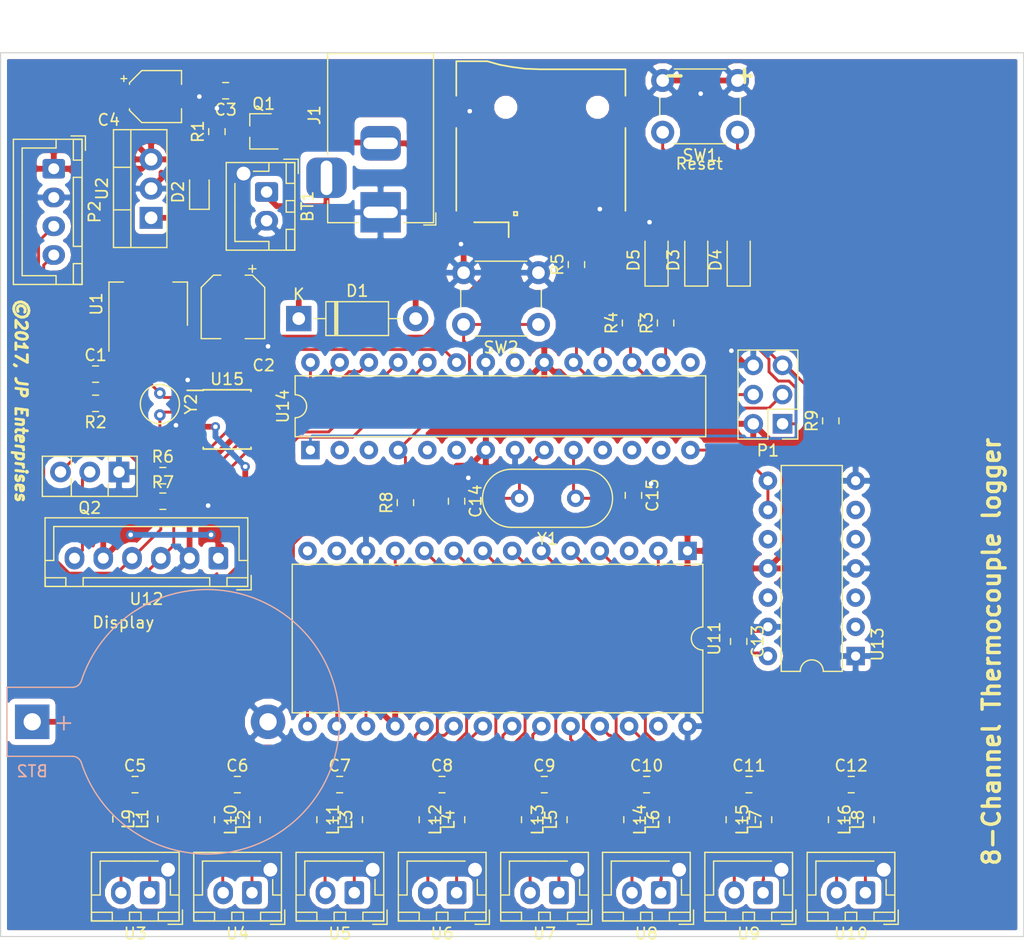
<source format=kicad_pcb>
(kicad_pcb (version 20171130) (host pcbnew "(5.0.2-4-gb601aea34)")
  (title_block (title "8-Channel Thermocouple datalogger") (date 2017-07-29) (rev ca9ed02408) (company "JP Enterprises"))
  (layers (0 F.Cu signal) (31 B.Cu signal) (34 B.Paste user) (35 F.Paste user) (36 B.SilkS user) (37 F.SilkS user) (38 B.Mask user) (39 F.Mask user) (44 Edge.Cuts user))
  (net 0 "")
  (net 1 GND)
  (net 2 "Net-(BT1-Pad1)")
  (net 3 "Net-(BT2-Pad1)")
  (net 4 5V0)
  (net 5 3V3)
  (net 6 9V0)
  (net 7 "/Thermocouple connectors/SB1")
  (net 8 "/Thermocouple connectors/SA1")
  (net 9 "/Thermocouple connectors/SA2")
  (net 10 "/Thermocouple connectors/SB2")
  (net 11 "/Thermocouple connectors/SB3")
  (net 12 "/Thermocouple connectors/SA3")
  (net 13 "/Thermocouple connectors/SA4")
  (net 14 "/Thermocouple connectors/SB4")
  (net 15 "/Thermocouple connectors/SB5")
  (net 16 "/Thermocouple connectors/SA5")
  (net 17 "/Thermocouple connectors/SA6")
  (net 18 "/Thermocouple connectors/SB6")
  (net 19 "/Thermocouple connectors/SB7")
  (net 20 "/Thermocouple connectors/SA7")
  (net 21 "/Thermocouple connectors/SA8")
  (net 22 "/Thermocouple connectors/SB8")
  (net 23 DB_MUX)
  (net 24 "Net-(C14-Pad2)")
  (net 25 "Net-(C15-Pad2)")
  (net 26 "Net-(D2-Pad2)")
  (net 27 "Net-(D3-Pad1)")
  (net 28 "Net-(D4-Pad1)")
  (net 29 "Net-(D5-Pad1)")
  (net 30 "Net-(L1-Pad2)")
  (net 31 "Net-(L2-Pad2)")
  (net 32 "Net-(L3-Pad2)")
  (net 33 "Net-(L4-Pad2)")
  (net 34 "Net-(L5-Pad2)")
  (net 35 "Net-(L6-Pad2)")
  (net 36 "Net-(L7-Pad2)")
  (net 37 "Net-(L8-Pad2)")
  (net 38 "Net-(L9-Pad1)")
  (net 39 "Net-(L10-Pad1)")
  (net 40 "Net-(L11-Pad1)")
  (net 41 "Net-(L12-Pad1)")
  (net 42 "Net-(L13-Pad1)")
  (net 43 "Net-(L14-Pad1)")
  (net 44 "Net-(L15-Pad1)")
  (net 45 "Net-(L16-Pad1)")
  (net 46 RESET)
  (net 47 MOSI)
  (net 48 SCK)
  (net 49 MISO)
  (net 50 SCL)
  (net 51 SDA)
  (net 52 "Net-(Q2-Pad3)")
  (net 53 "Net-(Q2-Pad2)")
  (net 54 B_LIGHT)
  (net 55 SS)
  (net 56 "Net-(R8-Pad2)")
  (net 57 SLCT0)
  (net 58 SLCT1)
  (net 59 SLCT2)
  (net 60 TEMP)
  (net 61 "Net-(U13-Pad6)")
  (net 62 "Net-(U13-Pad12)")
  (net 63 "Net-(U13-Pad5)")
  (net 64 "Net-(U13-Pad10)")
  (net 65 "Net-(U13-Pad3)")
  (net 66 "Net-(U13-Pad2)")
  (net 67 "Net-(U14-Pad15)")
  (net 68 "Net-(U14-Pad2)")
  (net 69 "Net-(U14-Pad3)")
  (net 70 "Net-(U14-Pad5)")
  (net 71 "Net-(U14-Pad6)")
  (net 72 "Net-(U14-Pad21)")
  (net 73 "Net-(U14-Pad11)")
  (net 74 "Net-(U14-Pad12)")
  (net 75 "Net-(U14-Pad13)")
  (net 76 "Net-(U15-Pad7)")
  (net 77 "Net-(XS1-Pad1)")
  (net 78 "Net-(XS1-Pad8)")
  (net 79 "Net-(XS1-Pad9)")
  (net 80 /Thermocouple_PSU/Supply)
  (net 81 "Net-(U15-Pad2)")
  (net 82 "Net-(U15-Pad1)")
  (module JP_Connectors:Conn_uSDcard (layer F.Cu) (at 140.927 77.13 180)
    (fp_text reference XS1)
    (fp_text value SD_ebay-uSD-push/push_SMD)
    (pad 6 smd rect (at 7.75 -0.4 180) (size 1.2 2.2) (layers F.Cu F.Paste F.Mask) (net 1 GND))
    (pad 6 smd rect (at -7.75 -0.4 180) (size 1.2 2.2) (layers F.Cu F.Paste F.Mask) (net 1 GND))
    (pad 6 smd rect (at 6.85 -10 180) (size 1.6 1.4) (layers F.Cu F.Paste F.Mask) (net 1 GND))
    (pad 6 smd rect (at -7.75 -10 180) (size 1.2 1.4) (layers F.Cu F.Paste F.Mask) (net 1 GND))
    (pad 9 smd rect (at -6.6 -10.5 180) (size 0.7 1.6) (layers F.Cu F.Paste F.Mask) (net 79 "Net-(XS1-Pad9)"))
    (pad 7 smd rect (at -4.4 -10.5 180) (size 0.7 1.6) (layers F.Cu F.Paste F.Mask) (net 49 MISO))
    (pad 8 smd rect (at -5.5 -10.5 180) (size 0.7 1.6) (layers F.Cu F.Paste F.Mask) (net 78 "Net-(XS1-Pad8)"))
    (pad 6 smd rect (at -3.3 -10.5 180) (size 0.7 1.6) (layers F.Cu F.Paste F.Mask) (net 1 GND))
    (pad 5 smd rect (at -2.2 -10.5 180) (size 0.7 1.6) (layers F.Cu F.Paste F.Mask) (net 29 "Net-(D5-Pad1)"))
    (pad 4 smd rect (at -1.1 -10.5 180) (size 0.7 1.6) (layers F.Cu F.Paste F.Mask) (net 5 3V3))
    (pad 1 smd rect (at 2.2 -10.5 180) (size 0.7 1.6) (layers F.Cu F.Paste F.Mask) (net 77 "Net-(XS1-Pad1)"))
    (pad 2 smd rect (at 1.1 -10.5 180) (size 0.7 1.6) (layers F.Cu F.Paste F.Mask) (net 28 "Net-(D4-Pad1)"))
    (pad "" np_thru_hole circle (at 3.05 0 180) (size 1 1) (drill 1) (layers *.Cu))
    (pad "" np_thru_hole circle (at -4.93 0 180) (size 1 1) (drill 1) (layers *.Cu))
    (pad 3 smd rect (at 0 -10.5 180) (size 0.7 1.6) (layers F.Cu F.Paste F.Mask) (net 27 "Net-(D3-Pad1)"))
  )
  (module Connector_BarrelJack:BarrelJack_Horizontal (layer F.Cu) (at 127 86.264 270)
    (fp_text reference J1 (at -8.45 5.75 270) (layer F.SilkS))
    (fp_text value Barrel_Jack)
    (pad 3 thru_hole roundrect (at -3 4.7 270) (size 3.5 3.5) (drill oval 3 1) (layers *.Cu *.Mask) (net 2 "Net-(BT1-Pad1)"))
    (pad 2 thru_hole roundrect (at -6 0 270) (size 3 3.5) (drill oval 1 3) (layers *.Cu *.Mask) (net 80 /Thermocouple_PSU/Supply))
    (pad 1 thru_hole rect (at 0 0 270) (size 3.5 3.5) (drill oval 1 3) (layers *.Cu *.Mask) (net 1 GND))
  )
  (module Package_SO:SOIC-8_3.9x4.9mm_P1.27mm (layer F.Cu) (at 113.665 104.267)
    (fp_text reference U15 (at 0 -3.5) (layer F.SilkS))
    (fp_text value DS1307+)
    (pad 8 smd rect (at 2.7 -1.905) (size 1.55 0.6) (layers F.Cu F.Paste F.Mask) (net 4 5V0))
    (pad 7 smd rect (at 2.7 -0.635) (size 1.55 0.6) (layers F.Cu F.Paste F.Mask) (net 76 "Net-(U15-Pad7)"))
    (pad 6 smd rect (at 2.7 0.635) (size 1.55 0.6) (layers F.Cu F.Paste F.Mask) (net 50 SCL))
    (pad 5 smd rect (at 2.7 1.905) (size 1.55 0.6) (layers F.Cu F.Paste F.Mask) (net 51 SDA))
    (pad 4 smd rect (at -2.7 1.905) (size 1.55 0.6) (layers F.Cu F.Paste F.Mask) (net 1 GND))
    (pad 3 smd rect (at -2.7 0.635) (size 1.55 0.6) (layers F.Cu F.Paste F.Mask) (net 3 "Net-(BT2-Pad1)"))
    (pad 2 smd rect (at -2.7 -0.635) (size 1.55 0.6) (layers F.Cu F.Paste F.Mask) (net 81 "Net-(U15-Pad2)"))
    (pad 1 smd rect (at -2.7 -1.905) (size 1.55 0.6) (layers F.Cu F.Paste F.Mask) (net 82 "Net-(U15-Pad1)"))
  )
  (module Battery:BatteryHolder_Keystone_103_1x20mm (layer B.Cu) (at 96.731 130.556)
    (fp_text reference BT2 (at 0 4.3) (layer B.SilkS) (effects (justify mirror)))
    (fp_text value Battery)
    (fp_text user + (at 2.75 0) (layer B.SilkS) (effects (font (size 1.5 1.5)) (justify mirror)))
    (pad 1 thru_hole rect (at 0 0) (size 3 3) (drill 1.5) (layers *.Cu *.Mask) (net 3 "Net-(BT2-Pad1)"))
    (pad 2 thru_hole circle (at 20.49 0) (size 3 3) (drill 1.5) (layers *.Cu *.Mask) (net 1 GND))
  )
  (module Package_TO_SOT_THT:TO-126-3_Vertical (layer F.Cu) (at 104.267 108.839 180)
    (fp_text reference Q2 (at 2.54 -3.12 180) (layer F.SilkS))
    (fp_text value BD139)
    (pad 3 thru_hole oval (at 5.08 0 180) (size 1.8 1.8) (drill 1) (layers *.Cu *.Mask) (net 52 "Net-(Q2-Pad3)"))
    (pad 2 thru_hole oval (at 2.54 0 180) (size 1.8 1.8) (drill 1) (layers *.Cu *.Mask) (net 53 "Net-(Q2-Pad2)"))
    (pad 1 thru_hole rect (at 0 0 180) (size 1.8 1.8) (drill 1) (layers *.Cu *.Mask) (net 1 GND))
  )
  (module Package_DIP:DIP-14_W7.62mm (layer F.Cu) (at 168.275 124.841 180)
    (fp_text reference U13 (at -1.905 1.016 270) (layer F.SilkS))
    (fp_text value AD595)
    (pad 14 thru_hole oval (at 7.62 0 180) (size 1.6 1.6) (drill 0.8) (layers *.Cu *.Mask) (net 23 DB_MUX))
    (pad 7 thru_hole oval (at 0 15.24 180) (size 1.6 1.6) (drill 0.8) (layers *.Cu *.Mask) (net 1 GND))
    (pad 13 thru_hole oval (at 7.62 2.54 180) (size 1.6 1.6) (drill 0.8) (layers *.Cu *.Mask) (net 1 GND))
    (pad 6 thru_hole oval (at 0 12.7 180) (size 1.6 1.6) (drill 0.8) (layers *.Cu *.Mask) (net 61 "Net-(U13-Pad6)"))
    (pad 12 thru_hole oval (at 7.62 5.08 180) (size 1.6 1.6) (drill 0.8) (layers *.Cu *.Mask) (net 62 "Net-(U13-Pad12)"))
    (pad 5 thru_hole oval (at 0 10.16 180) (size 1.6 1.6) (drill 0.8) (layers *.Cu *.Mask) (net 63 "Net-(U13-Pad5)"))
    (pad 11 thru_hole oval (at 7.62 7.62 180) (size 1.6 1.6) (drill 0.8) (layers *.Cu *.Mask) (net 4 5V0))
    (pad 4 thru_hole oval (at 0 7.62 180) (size 1.6 1.6) (drill 0.8) (layers *.Cu *.Mask) (net 1 GND))
    (pad 10 thru_hole oval (at 7.62 10.16 180) (size 1.6 1.6) (drill 0.8) (layers *.Cu *.Mask) (net 64 "Net-(U13-Pad10)"))
    (pad 3 thru_hole oval (at 0 5.08 180) (size 1.6 1.6) (drill 0.8) (layers *.Cu *.Mask) (net 65 "Net-(U13-Pad3)"))
    (pad 9 thru_hole oval (at 7.62 12.7 180) (size 1.6 1.6) (drill 0.8) (layers *.Cu *.Mask) (net 60 TEMP))
    (pad 2 thru_hole oval (at 0 2.54 180) (size 1.6 1.6) (drill 0.8) (layers *.Cu *.Mask) (net 66 "Net-(U13-Pad2)"))
    (pad 8 thru_hole oval (at 7.62 15.24 180) (size 1.6 1.6) (drill 0.8) (layers *.Cu *.Mask) (net 60 TEMP))
    (pad 1 thru_hole rect (at 0 0 180) (size 1.6 1.6) (drill 0.8) (layers *.Cu *.Mask) (net 1 GND))
  )
  (module Diode_THT:D_DO-41_SOD81_P10.16mm_Horizontal (layer F.Cu) (at 119.888 95.504)
    (fp_text reference D1 (at 5.08 -2.41) (layer F.SilkS))
    (fp_text value 1N4007)
    (fp_text user K (at 0 -2.1) (layer F.SilkS))
    (pad 2 thru_hole oval (at 10.16 0) (size 2.2 2.2) (drill 1.1) (layers *.Cu *.Mask) (net 80 /Thermocouple_PSU/Supply))
    (pad 1 thru_hole rect (at 0 0) (size 2.2 2.2) (drill 1.1) (layers *.Cu *.Mask) (net 6 9V0))
  )
  (module Button_Switch_THT:SW_PUSH_6mm_H5mm (layer F.Cu) (at 140.716 96.012 180)
    (fp_text reference SW2 (at 3.25 -2 180) (layer F.SilkS))
    (fp_text value SW_Push)
    (pad 1 thru_hole circle (at 6.5 0 270) (size 2 2) (drill 1.1) (layers *.Cu *.Mask) (net 56 "Net-(R8-Pad2)"))
    (pad 2 thru_hole circle (at 6.5 4.5 270) (size 2 2) (drill 1.1) (layers *.Cu *.Mask) (net 1 GND))
    (pad 1 thru_hole circle (at 0 0 270) (size 2 2) (drill 1.1) (layers *.Cu *.Mask) (net 56 "Net-(R8-Pad2)"))
    (pad 2 thru_hole circle (at 0 4.5 270) (size 2 2) (drill 1.1) (layers *.Cu *.Mask) (net 1 GND))
  )
  (module Button_Switch_THT:SW_PUSH_6mm_H5mm (layer F.Cu) (at 158.011 79.303 180)
    (fp_text reference SW1 (at 3.25 -2 180) (layer F.SilkS))
    (fp_text value SW_Push)
    (pad 1 thru_hole circle (at 6.5 0 270) (size 2 2) (drill 1.1) (layers *.Cu *.Mask) (net 46 RESET))
    (pad 2 thru_hole circle (at 6.5 4.5 270) (size 2 2) (drill 1.1) (layers *.Cu *.Mask) (net 1 GND))
    (pad 1 thru_hole circle (at 0 0 270) (size 2 2) (drill 1.1) (layers *.Cu *.Mask) (net 46 RESET))
    (pad 2 thru_hole circle (at 0 4.5 270) (size 2 2) (drill 1.1) (layers *.Cu *.Mask) (net 1 GND))
  )
  (module Connector_PinHeader_2.54mm:PinHeader_2x03_P2.54mm_Vertical (layer F.Cu) (at 161.925 104.648 180)
    (fp_text reference P1 (at 1.27 -2.33 180) (layer F.SilkS))
    (fp_text value CONN_02X03)
    (pad 6 thru_hole oval (at 2.54 5.08 180) (size 1.7 1.7) (drill 1) (layers *.Cu *.Mask) (net 1 GND))
    (pad 5 thru_hole oval (at 0 5.08 180) (size 1.7 1.7) (drill 1) (layers *.Cu *.Mask) (net 46 RESET))
    (pad 4 thru_hole oval (at 2.54 2.54 180) (size 1.7 1.7) (drill 1) (layers *.Cu *.Mask) (net 47 MOSI))
    (pad 3 thru_hole oval (at 0 2.54 180) (size 1.7 1.7) (drill 1) (layers *.Cu *.Mask) (net 48 SCK))
    (pad 2 thru_hole oval (at 2.54 0 180) (size 1.7 1.7) (drill 1) (layers *.Cu *.Mask) (net 4 5V0))
    (pad 1 thru_hole rect (at 0 0 180) (size 1.7 1.7) (drill 1) (layers *.Cu *.Mask) (net 49 MISO))
  )
  (module Connector_JST:JST_XH_B06B-XH-A_1x06_P2.50mm_Vertical (layer F.Cu) (at 112.903 116.332 180)
    (fp_text reference U12 (at 6.25 -3.55 180) (layer F.SilkS))
    (fp_text value I2C_20x4_DISPLAY)
    (pad 6 thru_hole oval (at 12.5 0 180) (size 1.7 1.95) (drill 0.95) (layers *.Cu *.Mask) (net 53 "Net-(Q2-Pad2)"))
    (pad 5 thru_hole oval (at 10 0 180) (size 1.7 1.95) (drill 0.95) (layers *.Cu *.Mask) (net 4 5V0))
    (pad 4 thru_hole oval (at 7.5 0 180) (size 1.7 1.95) (drill 0.95) (layers *.Cu *.Mask) (net 50 SCL))
    (pad 3 thru_hole oval (at 5 0 180) (size 1.7 1.95) (drill 0.95) (layers *.Cu *.Mask) (net 51 SDA))
    (pad 2 thru_hole oval (at 2.5 0 180) (size 1.7 1.95) (drill 0.95) (layers *.Cu *.Mask) (net 1 GND))
    (pad 1 thru_hole roundrect (at 0 0 180) (size 1.7 1.95) (drill 0.95) (layers *.Cu *.Mask) (roundrect_rratio 0.147059) (net 4 5V0))
  )
  (module Package_TO_SOT_SMD:SOT-223 (layer F.Cu) (at 106.807 94.234 90)
    (fp_text reference U1 (at 0 -4.5 90) (layer F.SilkS))
    (fp_text value LM3940)
    (pad 1 smd rect (at -3.15 -2.3 90) (size 2 1.5) (layers F.Cu F.Paste F.Mask) (net 4 5V0))
    (pad 3 smd rect (at -3.15 2.3 90) (size 2 1.5) (layers F.Cu F.Paste F.Mask) (net 5 3V3))
    (pad 2 smd rect (at -3.15 0 90) (size 2 1.5) (layers F.Cu F.Paste F.Mask) (net 1 GND))
    (pad 4 smd rect (at 3.15 0 90) (size 2 3.8) (layers F.Cu F.Paste F.Mask))
  )
  (module Capacitor_SMD:CP_Elec_5x5.3 (layer F.Cu) (at 114.173 94.488 270)
    (fp_text reference C2 (at 5.08 -2.667 180) (layer F.SilkS))
    (fp_text value 47uF)
    (pad 2 smd roundrect (at 2.2 0 270) (size 3 1.6) (layers F.Cu F.Paste F.Mask) (roundrect_rratio 0.15625) (net 1 GND))
    (pad 1 smd roundrect (at -2.2 0 270) (size 3 1.6) (layers F.Cu F.Paste F.Mask) (roundrect_rratio 0.15625) (net 5 3V3))
  )
  (module Package_TO_SOT_THT:TO-220-3_Vertical (layer F.Cu) (at 107.061 86.741 90)
    (fp_text reference U2 (at 2.54 -4.27 90) (layer F.SilkS))
    (fp_text value 7805)
    (pad 3 thru_hole oval (at 5.08 0 90) (size 1.905 2) (drill 1.1) (layers *.Cu *.Mask) (net 4 5V0))
    (pad 2 thru_hole oval (at 2.54 0 90) (size 1.905 2) (drill 1.1) (layers *.Cu *.Mask) (net 1 GND))
    (pad 1 thru_hole rect (at 0 0 90) (size 1.905 2) (drill 1.1) (layers *.Cu *.Mask) (net 6 9V0))
  )
  (module Package_TO_SOT_SMD:TSOT-23 (layer F.Cu) (at 116.586 79.248 180)
    (fp_text reference Q1 (at -0.254 2.413 180) (layer F.SilkS))
    (fp_text value BS250)
    (pad 3 smd rect (at 1.31 0 180) (size 1.22 0.65) (layers F.Cu F.Paste F.Mask) (net 6 9V0))
    (pad 2 smd rect (at -1.31 0.95 180) (size 1.22 0.65) (layers F.Cu F.Paste F.Mask) (net 26 "Net-(D2-Pad2)"))
    (pad 1 smd rect (at -1.31 -0.95 180) (size 1.22 0.65) (layers F.Cu F.Paste F.Mask) (net 80 /Thermocouple_PSU/Supply))
  )
  (module Connector_JST:JST_XH_B02B-XH-AM_1x02_P2.50mm_Vertical (layer F.Cu) (at 106.934 145.415 180)
    (fp_text reference U3 (at 1.25 -3.55 180) (layer F.SilkS))
    (fp_text value TC_Connector)
    (pad "" np_thru_hole circle (at -1.6 2 180) (size 1.2 1.2) (drill 1.2) (layers *.Cu *.Mask))
    (pad 2 thru_hole oval (at 2.5 0 180) (size 1.7 2) (drill 1) (layers *.Cu *.Mask) (net 30 "Net-(L1-Pad2)"))
    (pad 1 thru_hole roundrect (at 0 0 180) (size 1.7 2) (drill 1) (layers *.Cu *.Mask) (roundrect_rratio 0.147059) (net 38 "Net-(L9-Pad1)"))
  )
  (module Connector_JST:JST_XH_B02B-XH-AM_1x02_P2.50mm_Vertical (layer F.Cu) (at 115.824 145.415 180)
    (fp_text reference U4 (at 1.25 -3.55 180) (layer F.SilkS))
    (fp_text value TC_Connector)
    (pad "" np_thru_hole circle (at -1.6 2 180) (size 1.2 1.2) (drill 1.2) (layers *.Cu *.Mask))
    (pad 2 thru_hole oval (at 2.5 0 180) (size 1.7 2) (drill 1) (layers *.Cu *.Mask) (net 31 "Net-(L2-Pad2)"))
    (pad 1 thru_hole roundrect (at 0 0 180) (size 1.7 2) (drill 1) (layers *.Cu *.Mask) (roundrect_rratio 0.147059) (net 39 "Net-(L10-Pad1)"))
  )
  (module Connector_JST:JST_XH_B02B-XH-AM_1x02_P2.50mm_Vertical (layer F.Cu) (at 124.714 145.415 180)
    (fp_text reference U5 (at 1.25 -3.55 180) (layer F.SilkS))
    (fp_text value TC_Connector)
    (pad "" np_thru_hole circle (at -1.6 2 180) (size 1.2 1.2) (drill 1.2) (layers *.Cu *.Mask))
    (pad 2 thru_hole oval (at 2.5 0 180) (size 1.7 2) (drill 1) (layers *.Cu *.Mask) (net 32 "Net-(L3-Pad2)"))
    (pad 1 thru_hole roundrect (at 0 0 180) (size 1.7 2) (drill 1) (layers *.Cu *.Mask) (roundrect_rratio 0.147059) (net 40 "Net-(L11-Pad1)"))
  )
  (module Connector_JST:JST_XH_B02B-XH-AM_1x02_P2.50mm_Vertical (layer F.Cu) (at 133.604 145.415 180)
    (fp_text reference U6 (at 1.25 -3.55 180) (layer F.SilkS))
    (fp_text value TC_Connector)
    (pad "" np_thru_hole circle (at -1.6 2 180) (size 1.2 1.2) (drill 1.2) (layers *.Cu *.Mask))
    (pad 2 thru_hole oval (at 2.5 0 180) (size 1.7 2) (drill 1) (layers *.Cu *.Mask) (net 33 "Net-(L4-Pad2)"))
    (pad 1 thru_hole roundrect (at 0 0 180) (size 1.7 2) (drill 1) (layers *.Cu *.Mask) (roundrect_rratio 0.147059) (net 41 "Net-(L12-Pad1)"))
  )
  (module Connector_JST:JST_XH_B02B-XH-AM_1x02_P2.50mm_Vertical (layer F.Cu) (at 142.494 145.415 180)
    (fp_text reference U7 (at 1.25 -3.55 180) (layer F.SilkS))
    (fp_text value TC_Connector)
    (pad "" np_thru_hole circle (at -1.6 2 180) (size 1.2 1.2) (drill 1.2) (layers *.Cu *.Mask))
    (pad 2 thru_hole oval (at 2.5 0 180) (size 1.7 2) (drill 1) (layers *.Cu *.Mask) (net 34 "Net-(L5-Pad2)"))
    (pad 1 thru_hole roundrect (at 0 0 180) (size 1.7 2) (drill 1) (layers *.Cu *.Mask) (roundrect_rratio 0.147059) (net 42 "Net-(L13-Pad1)"))
  )
  (module Connector_JST:JST_XH_B02B-XH-AM_1x02_P2.50mm_Vertical (layer F.Cu) (at 151.344 145.415 180)
    (fp_text reference U8 (at 1.25 -3.55 180) (layer F.SilkS))
    (fp_text value TC_Connector)
    (pad "" np_thru_hole circle (at -1.6 2 180) (size 1.2 1.2) (drill 1.2) (layers *.Cu *.Mask))
    (pad 2 thru_hole oval (at 2.5 0 180) (size 1.7 2) (drill 1) (layers *.Cu *.Mask) (net 35 "Net-(L6-Pad2)"))
    (pad 1 thru_hole roundrect (at 0 0 180) (size 1.7 2) (drill 1) (layers *.Cu *.Mask) (roundrect_rratio 0.147059) (net 43 "Net-(L14-Pad1)"))
  )
  (module Connector_JST:JST_XH_B02B-XH-AM_1x02_P2.50mm_Vertical (layer F.Cu) (at 160.234 145.415 180)
    (fp_text reference U9 (at 1.25 -3.55 180) (layer F.SilkS))
    (fp_text value TC_Connector)
    (pad "" np_thru_hole circle (at -1.6 2 180) (size 1.2 1.2) (drill 1.2) (layers *.Cu *.Mask))
    (pad 2 thru_hole oval (at 2.5 0 180) (size 1.7 2) (drill 1) (layers *.Cu *.Mask) (net 36 "Net-(L7-Pad2)"))
    (pad 1 thru_hole roundrect (at 0 0 180) (size 1.7 2) (drill 1) (layers *.Cu *.Mask) (roundrect_rratio 0.147059) (net 44 "Net-(L15-Pad1)"))
  )
  (module Connector_JST:JST_XH_B02B-XH-AM_1x02_P2.50mm_Vertical (layer F.Cu) (at 169.124 145.415 180)
    (fp_text reference U10 (at 1.25 -3.55 180) (layer F.SilkS))
    (fp_text value TC_Connector)
    (pad "" np_thru_hole circle (at -1.6 2 180) (size 1.2 1.2) (drill 1.2) (layers *.Cu *.Mask))
    (pad 2 thru_hole oval (at 2.5 0 180) (size 1.7 2) (drill 1) (layers *.Cu *.Mask) (net 37 "Net-(L8-Pad2)"))
    (pad 1 thru_hole roundrect (at 0 0 180) (size 1.7 2) (drill 1) (layers *.Cu *.Mask) (roundrect_rratio 0.147059) (net 45 "Net-(L16-Pad1)"))
  )
  (module Connector_JST:JST_XH_B02B-XH-AM_1x02_P2.50mm_Vertical (layer F.Cu) (at 117.094 84.495 270)
    (fp_text reference BT1 (at 1.25 -3.55 270) (layer F.SilkS))
    (fp_text value 9V)
    (pad "" np_thru_hole circle (at -1.6 2 270) (size 1.2 1.2) (drill 1.2) (layers *.Cu *.Mask))
    (pad 2 thru_hole oval (at 2.5 0 270) (size 1.7 2) (drill 1) (layers *.Cu *.Mask) (net 1 GND))
    (pad 1 thru_hole roundrect (at 0 0 270) (size 1.7 2) (drill 1) (layers *.Cu *.Mask) (roundrect_rratio 0.147059) (net 2 "Net-(BT1-Pad1)"))
  )
  (module Crystal:Crystal_Round_D3.0mm_Vertical (layer F.Cu) (at 107.823 101.986 270)
    (fp_text reference Y2 (at 0.95 -2.7 270) (layer F.SilkS))
    (fp_text value 32.768kHz)
    (pad 2 thru_hole circle (at 1.9 0 270) (size 1 1) (drill 0.5) (layers *.Cu *.Mask) (net 81 "Net-(U15-Pad2)"))
    (pad 1 thru_hole circle (at 0 0 270) (size 1 1) (drill 0.5) (layers *.Cu *.Mask) (net 82 "Net-(U15-Pad1)"))
  )
  (module Package_DIP:DIP-28_W7.62mm (layer F.Cu) (at 120.904 106.934 90)
    (fp_text reference U14 (at 3.81 -2.39 90) (layer F.SilkS))
    (fp_text value ATMEGA328P-PU)
    (pad 28 thru_hole oval (at 7.62 0 90) (size 1.6 1.6) (drill 0.8) (layers *.Cu *.Mask) (net 50 SCL))
    (pad 14 thru_hole oval (at 0 33.02 90) (size 1.6 1.6) (drill 0.8) (layers *.Cu *.Mask) (net 60 TEMP))
    (pad 27 thru_hole oval (at 7.62 2.54 90) (size 1.6 1.6) (drill 0.8) (layers *.Cu *.Mask) (net 51 SDA))
    (pad 13 thru_hole oval (at 0 30.48 90) (size 1.6 1.6) (drill 0.8) (layers *.Cu *.Mask) (net 75 "Net-(U14-Pad13)"))
    (pad 26 thru_hole oval (at 7.62 5.08 90) (size 1.6 1.6) (drill 0.8) (layers *.Cu *.Mask) (net 59 SLCT2))
    (pad 12 thru_hole oval (at 0 27.94 90) (size 1.6 1.6) (drill 0.8) (layers *.Cu *.Mask) (net 74 "Net-(U14-Pad12)"))
    (pad 25 thru_hole oval (at 7.62 7.62 90) (size 1.6 1.6) (drill 0.8) (layers *.Cu *.Mask) (net 58 SLCT1))
    (pad 11 thru_hole oval (at 0 25.4 90) (size 1.6 1.6) (drill 0.8) (layers *.Cu *.Mask) (net 73 "Net-(U14-Pad11)"))
    (pad 24 thru_hole oval (at 7.62 10.16 90) (size 1.6 1.6) (drill 0.8) (layers *.Cu *.Mask) (net 57 SLCT0))
    (pad 10 thru_hole oval (at 0 22.86 90) (size 1.6 1.6) (drill 0.8) (layers *.Cu *.Mask) (net 25 "Net-(C15-Pad2)"))
    (pad 23 thru_hole oval (at 7.62 12.7 90) (size 1.6 1.6) (drill 0.8) (layers *.Cu *.Mask) (net 54 B_LIGHT))
    (pad 9 thru_hole oval (at 0 20.32 90) (size 1.6 1.6) (drill 0.8) (layers *.Cu *.Mask) (net 24 "Net-(C14-Pad2)"))
    (pad 22 thru_hole oval (at 7.62 15.24 90) (size 1.6 1.6) (drill 0.8) (layers *.Cu *.Mask) (net 1 GND))
    (pad 8 thru_hole oval (at 0 17.78 90) (size 1.6 1.6) (drill 0.8) (layers *.Cu *.Mask) (net 1 GND))
    (pad 21 thru_hole oval (at 7.62 17.78 90) (size 1.6 1.6) (drill 0.8) (layers *.Cu *.Mask) (net 72 "Net-(U14-Pad21)"))
    (pad 7 thru_hole oval (at 0 15.24 90) (size 1.6 1.6) (drill 0.8) (layers *.Cu *.Mask) (net 4 5V0))
    (pad 20 thru_hole oval (at 7.62 20.32 90) (size 1.6 1.6) (drill 0.8) (layers *.Cu *.Mask) (net 4 5V0))
    (pad 6 thru_hole oval (at 0 12.7 90) (size 1.6 1.6) (drill 0.8) (layers *.Cu *.Mask) (net 71 "Net-(U14-Pad6)"))
    (pad 19 thru_hole oval (at 7.62 22.86 90) (size 1.6 1.6) (drill 0.8) (layers *.Cu *.Mask) (net 48 SCK))
    (pad 5 thru_hole oval (at 0 10.16 90) (size 1.6 1.6) (drill 0.8) (layers *.Cu *.Mask) (net 70 "Net-(U14-Pad5)"))
    (pad 18 thru_hole oval (at 7.62 25.4 90) (size 1.6 1.6) (drill 0.8) (layers *.Cu *.Mask) (net 49 MISO))
    (pad 4 thru_hole oval (at 0 7.62 90) (size 1.6 1.6) (drill 0.8) (layers *.Cu *.Mask) (net 56 "Net-(R8-Pad2)"))
    (pad 17 thru_hole oval (at 7.62 27.94 90) (size 1.6 1.6) (drill 0.8) (layers *.Cu *.Mask) (net 47 MOSI))
    (pad 3 thru_hole oval (at 0 5.08 90) (size 1.6 1.6) (drill 0.8) (layers *.Cu *.Mask) (net 69 "Net-(U14-Pad3)"))
    (pad 16 thru_hole oval (at 7.62 30.48 90) (size 1.6 1.6) (drill 0.8) (layers *.Cu *.Mask) (net 55 SS))
    (pad 2 thru_hole oval (at 0 2.54 90) (size 1.6 1.6) (drill 0.8) (layers *.Cu *.Mask) (net 68 "Net-(U14-Pad2)"))
    (pad 15 thru_hole oval (at 7.62 33.02 90) (size 1.6 1.6) (drill 0.8) (layers *.Cu *.Mask) (net 67 "Net-(U14-Pad15)"))
    (pad 1 thru_hole rect (at 0 0 90) (size 1.6 1.6) (drill 0.8) (layers *.Cu *.Mask) (net 46 RESET))
  )
  (module Package_DIP:DIP-28_W15.24mm (layer F.Cu) (at 153.67 115.697 270)
    (fp_text reference U11 (at 7.62 -2.33 270) (layer F.SilkS))
    (fp_text value ADG407)
    (pad 28 thru_hole oval (at 15.24 0 270) (size 1.6 1.6) (drill 0.8) (layers *.Cu *.Mask) (net 1 GND))
    (pad 14 thru_hole oval (at 0 33.02 270) (size 1.6 1.6) (drill 0.8) (layers *.Cu *.Mask))
    (pad 27 thru_hole oval (at 15.24 2.54 270) (size 1.6 1.6) (drill 0.8) (layers *.Cu *.Mask))
    (pad 13 thru_hole oval (at 0 30.48 270) (size 1.6 1.6) (drill 0.8) (layers *.Cu *.Mask))
    (pad 26 thru_hole oval (at 15.24 5.08 270) (size 1.6 1.6) (drill 0.8) (layers *.Cu *.Mask) (net 21 "/Thermocouple connectors/SA8"))
    (pad 12 thru_hole oval (at 0 27.94 270) (size 1.6 1.6) (drill 0.8) (layers *.Cu *.Mask) (net 1 GND))
    (pad 25 thru_hole oval (at 15.24 7.62 270) (size 1.6 1.6) (drill 0.8) (layers *.Cu *.Mask) (net 20 "/Thermocouple connectors/SA7"))
    (pad 11 thru_hole oval (at 0 25.4 270) (size 1.6 1.6) (drill 0.8) (layers *.Cu *.Mask) (net 7 "/Thermocouple connectors/SB1"))
    (pad 24 thru_hole oval (at 15.24 10.16 270) (size 1.6 1.6) (drill 0.8) (layers *.Cu *.Mask) (net 17 "/Thermocouple connectors/SA6"))
    (pad 10 thru_hole oval (at 0 22.86 270) (size 1.6 1.6) (drill 0.8) (layers *.Cu *.Mask) (net 10 "/Thermocouple connectors/SB2"))
    (pad 23 thru_hole oval (at 15.24 12.7 270) (size 1.6 1.6) (drill 0.8) (layers *.Cu *.Mask) (net 16 "/Thermocouple connectors/SA5"))
    (pad 9 thru_hole oval (at 0 20.32 270) (size 1.6 1.6) (drill 0.8) (layers *.Cu *.Mask) (net 11 "/Thermocouple connectors/SB3"))
    (pad 22 thru_hole oval (at 15.24 15.24 270) (size 1.6 1.6) (drill 0.8) (layers *.Cu *.Mask) (net 13 "/Thermocouple connectors/SA4"))
    (pad 8 thru_hole oval (at 0 17.78 270) (size 1.6 1.6) (drill 0.8) (layers *.Cu *.Mask) (net 14 "/Thermocouple connectors/SB4"))
    (pad 21 thru_hole oval (at 15.24 17.78 270) (size 1.6 1.6) (drill 0.8) (layers *.Cu *.Mask) (net 12 "/Thermocouple connectors/SA3"))
    (pad 7 thru_hole oval (at 0 15.24 270) (size 1.6 1.6) (drill 0.8) (layers *.Cu *.Mask) (net 15 "/Thermocouple connectors/SB5"))
    (pad 20 thru_hole oval (at 15.24 20.32 270) (size 1.6 1.6) (drill 0.8) (layers *.Cu *.Mask) (net 9 "/Thermocouple connectors/SA2"))
    (pad 6 thru_hole oval (at 0 12.7 270) (size 1.6 1.6) (drill 0.8) (layers *.Cu *.Mask) (net 18 "/Thermocouple connectors/SB6"))
    (pad 19 thru_hole oval (at 15.24 22.86 270) (size 1.6 1.6) (drill 0.8) (layers *.Cu *.Mask) (net 8 "/Thermocouple connectors/SA1"))
    (pad 5 thru_hole oval (at 0 10.16 270) (size 1.6 1.6) (drill 0.8) (layers *.Cu *.Mask) (net 19 "/Thermocouple connectors/SB7"))
    (pad 18 thru_hole oval (at 15.24 25.4 270) (size 1.6 1.6) (drill 0.8) (layers *.Cu *.Mask) (net 4 5V0))
    (pad 4 thru_hole oval (at 0 7.62 270) (size 1.6 1.6) (drill 0.8) (layers *.Cu *.Mask) (net 22 "/Thermocouple connectors/SB8"))
    (pad 17 thru_hole oval (at 15.24 27.94 270) (size 1.6 1.6) (drill 0.8) (layers *.Cu *.Mask) (net 57 SLCT0))
    (pad 3 thru_hole oval (at 0 5.08 270) (size 1.6 1.6) (drill 0.8) (layers *.Cu *.Mask))
    (pad 16 thru_hole oval (at 15.24 30.48 270) (size 1.6 1.6) (drill 0.8) (layers *.Cu *.Mask) (net 58 SLCT1))
    (pad 2 thru_hole oval (at 0 2.54 270) (size 1.6 1.6) (drill 0.8) (layers *.Cu *.Mask) (net 23 DB_MUX))
    (pad 15 thru_hole oval (at 15.24 33.02 270) (size 1.6 1.6) (drill 0.8) (layers *.Cu *.Mask) (net 59 SLCT2))
    (pad 1 thru_hole rect (at 0 0 270) (size 1.6 1.6) (drill 0.8) (layers *.Cu *.Mask) (net 4 5V0))
  )
  (module Crystal:Crystal_HC49-U_Vertical (layer F.Cu) (at 143.945 111.125 180)
    (fp_text reference Y1 (at 2.44 -3.525 180) (layer F.SilkS))
    (fp_text value 16MHz)
    (pad 2 thru_hole circle (at 4.88 0 180) (size 1.5 1.5) (drill 0.8) (layers *.Cu *.Mask) (net 24 "Net-(C14-Pad2)"))
    (pad 1 thru_hole circle (at 0 0 180) (size 1.5 1.5) (drill 0.8) (layers *.Cu *.Mask) (net 25 "Net-(C15-Pad2)"))
  )
  (module Diode_SMD:D_SOD-323 (layer F.Cu) (at 111.252 84.502 90)
    (fp_text reference D2 (at 0 -1.85 90) (layer F.SilkS))
    (fp_text value 9V)
    (pad 2 smd rect (at 1.05 0 90) (size 0.6 0.45) (layers F.Cu F.Paste F.Mask) (net 26 "Net-(D2-Pad2)"))
    (pad 1 smd rect (at -1.05 0 90) (size 0.6 0.45) (layers F.Cu F.Paste F.Mask) (net 6 9V0))
  )
  (module Diode_SMD:D_SOD-123 (layer F.Cu) (at 158.115 90.424 90)
    (fp_text reference D4 (at 0 -2 90) (layer F.SilkS))
    (fp_text value 3.3V)
    (pad 2 smd rect (at 1.65 0 90) (size 0.9 1.2) (layers F.Cu F.Paste F.Mask) (net 1 GND))
    (pad 1 smd rect (at -1.65 0 90) (size 0.9 1.2) (layers F.Cu F.Paste F.Mask) (net 28 "Net-(D4-Pad1)"))
  )
  (module Diode_SMD:D_SOD-123 (layer F.Cu) (at 154.432 90.424 90)
    (fp_text reference D3 (at 0 -2 90) (layer F.SilkS))
    (fp_text value 3.3V)
    (pad 2 smd rect (at 1.65 0 90) (size 0.9 1.2) (layers F.Cu F.Paste F.Mask) (net 1 GND))
    (pad 1 smd rect (at -1.65 0 90) (size 0.9 1.2) (layers F.Cu F.Paste F.Mask) (net 27 "Net-(D3-Pad1)"))
  )
  (module Diode_SMD:D_SOD-123 (layer F.Cu) (at 150.9776 90.424 90)
    (fp_text reference D5 (at 0 -2 90) (layer F.SilkS))
    (fp_text value 3.3V)
    (pad 2 smd rect (at 1.65 0 90) (size 0.9 1.2) (layers F.Cu F.Paste F.Mask) (net 1 GND))
    (pad 1 smd rect (at -1.65 0 90) (size 0.9 1.2) (layers F.Cu F.Paste F.Mask) (net 29 "Net-(D5-Pad1)"))
  )
  (module Resistor_SMD:R_0805_2012Metric (layer F.Cu) (at 108.077 111.379)
    (fp_text reference R7 (at 0 -1.65) (layer F.SilkS))
    (fp_text value 10K)
    (pad 2 smd roundrect (at 0.9375 0) (size 0.975 1.4) (layers F.Cu F.Paste F.Mask) (net 51 SDA))
    (pad 1 smd roundrect (at -0.9375 0) (size 0.975 1.4) (layers F.Cu F.Paste F.Mask) (net 4 5V0))
  )
  (module Resistor_SMD:R_0805_2012Metric (layer F.Cu) (at 108.077 109.1565)
    (fp_text reference R6 (at 0 -1.65) (layer F.SilkS))
    (fp_text value 10K)
    (pad 2 smd roundrect (at 0.9375 0) (size 0.975 1.4) (layers F.Cu F.Paste F.Mask) (net 50 SCL))
    (pad 1 smd roundrect (at -0.9375 0) (size 0.975 1.4) (layers F.Cu F.Paste F.Mask) (net 4 5V0))
  )
  (module Resistor_SMD:R_0805_2012Metric (layer F.Cu) (at 129.159 111.506 90)
    (fp_text reference R8 (at 0 -1.65 90) (layer F.SilkS))
    (fp_text value 10K)
    (pad 2 smd roundrect (at 0.9375 0 90) (size 0.975 1.4) (layers F.Cu F.Paste F.Mask) (net 56 "Net-(R8-Pad2)"))
    (pad 1 smd roundrect (at -0.9375 0 90) (size 0.975 1.4) (layers F.Cu F.Paste F.Mask) (net 4 5V0))
  )
  (module Resistor_SMD:R_0805_2012Metric (layer F.Cu) (at 112.776 79.248 90)
    (fp_text reference R1 (at 0 -1.65 90) (layer F.SilkS))
    (fp_text value 10K)
    (pad 2 smd roundrect (at 0.9375 0 90) (size 0.975 1.4) (layers F.Cu F.Paste F.Mask) (net 1 GND))
    (pad 1 smd roundrect (at -0.9375 0 90) (size 0.975 1.4) (layers F.Cu F.Paste F.Mask) (net 26 "Net-(D2-Pad2)"))
  )
  (module Resistor_SMD:R_0805_2012Metric (layer F.Cu) (at 148.717 95.885 90)
    (fp_text reference R4 (at 0 -1.65 90) (layer F.SilkS))
    (fp_text value 220R)
    (pad 2 smd roundrect (at 0.9375 0 90) (size 0.975 1.4) (layers F.Cu F.Paste F.Mask) (net 27 "Net-(D3-Pad1)"))
    (pad 1 smd roundrect (at -0.9375 0 90) (size 0.975 1.4) (layers F.Cu F.Paste F.Mask) (net 47 MOSI))
  )
  (module Resistor_SMD:R_0805_2012Metric (layer F.Cu) (at 144.018 90.805 90)
    (fp_text reference R5 (at 0 -1.65 90) (layer F.SilkS))
    (fp_text value 220R)
    (pad 2 smd roundrect (at 0.9375 0 90) (size 0.975 1.4) (layers F.Cu F.Paste F.Mask) (net 29 "Net-(D5-Pad1)"))
    (pad 1 smd roundrect (at -0.9375 0 90) (size 0.975 1.4) (layers F.Cu F.Paste F.Mask) (net 48 SCK))
  )
  (module Resistor_SMD:R_0805_2012Metric (layer F.Cu) (at 151.765 95.885 90)
    (fp_text reference R3 (at 0 -1.65 90) (layer F.SilkS))
    (fp_text value 220R)
    (pad 2 smd roundrect (at 0.9375 0 90) (size 0.975 1.4) (layers F.Cu F.Paste F.Mask) (net 28 "Net-(D4-Pad1)"))
    (pad 1 smd roundrect (at -0.9375 0 90) (size 0.975 1.4) (layers F.Cu F.Paste F.Mask) (net 55 SS))
  )
  (module Resistor_SMD:R_0805_2012Metric (layer F.Cu) (at 102.235 102.87 180)
    (fp_text reference R2 (at 0 -1.65 180) (layer F.SilkS))
    (fp_text value 10K)
    (pad 2 smd roundrect (at 0.9375 0 180) (size 0.975 1.4) (layers F.Cu F.Paste F.Mask) (net 52 "Net-(Q2-Pad3)"))
    (pad 1 smd roundrect (at -0.9375 0 180) (size 0.975 1.4) (layers F.Cu F.Paste F.Mask) (net 54 B_LIGHT))
  )
  (module Inductor_SMD:L_0805_2012Metric (layer F.Cu) (at 142.494 139.065 90)
    (fp_text reference L13 (at 0 -1.85 90) (layer F.SilkS))
    (fp_text value 150)
    (pad 2 smd roundrect (at 0.9375 0 90) (size 0.975 1.4) (layers F.Cu F.Paste F.Mask) (net 15 "/Thermocouple connectors/SB5"))
    (pad 1 smd roundrect (at -0.9375 0 90) (size 0.975 1.4) (layers F.Cu F.Paste F.Mask) (net 42 "Net-(L13-Pad1)"))
  )
  (module Inductor_SMD:L_0805_2012Metric (layer F.Cu) (at 157.734 139.065 270)
    (fp_text reference L7 (at 0 -1.85 270) (layer F.SilkS))
    (fp_text value 150)
    (pad 2 smd roundrect (at 0.9375 0 270) (size 0.975 1.4) (layers F.Cu F.Paste F.Mask) (net 36 "Net-(L7-Pad2)"))
    (pad 1 smd roundrect (at -0.9375 0 270) (size 0.975 1.4) (layers F.Cu F.Paste F.Mask) (net 20 "/Thermocouple connectors/SA7"))
  )
  (module Inductor_SMD:L_0805_2012Metric (layer F.Cu) (at 106.934 139.0142 90)
    (fp_text reference L9 (at 0 -1.85 90) (layer F.SilkS))
    (fp_text value 150)
    (pad 2 smd roundrect (at 0.9375 0 90) (size 0.975 1.4) (layers F.Cu F.Paste F.Mask) (net 7 "/Thermocouple connectors/SB1"))
    (pad 1 smd roundrect (at -0.9375 0 90) (size 0.975 1.4) (layers F.Cu F.Paste F.Mask) (net 38 "Net-(L9-Pad1)"))
  )
  (module Inductor_SMD:L_0805_2012Metric (layer F.Cu) (at 104.4448 139.0142 270)
    (fp_text reference L1 (at 0 -1.85 270) (layer F.SilkS))
    (fp_text value 150)
    (pad 2 smd roundrect (at 0.9375 0 270) (size 0.975 1.4) (layers F.Cu F.Paste F.Mask) (net 30 "Net-(L1-Pad2)"))
    (pad 1 smd roundrect (at -0.9375 0 270) (size 0.975 1.4) (layers F.Cu F.Paste F.Mask) (net 8 "/Thermocouple connectors/SA1"))
  )
  (module Inductor_SMD:L_0805_2012Metric (layer F.Cu) (at 113.284 139.065 270)
    (fp_text reference L2 (at 0 -1.85 270) (layer F.SilkS))
    (fp_text value 150)
    (pad 2 smd roundrect (at 0.9375 0 270) (size 0.975 1.4) (layers F.Cu F.Paste F.Mask) (net 31 "Net-(L2-Pad2)"))
    (pad 1 smd roundrect (at -0.9375 0 270) (size 0.975 1.4) (layers F.Cu F.Paste F.Mask) (net 9 "/Thermocouple connectors/SA2"))
  )
  (module Inductor_SMD:L_0805_2012Metric (layer F.Cu) (at 122.174 139.065 270)
    (fp_text reference L3 (at 0 -1.85 270) (layer F.SilkS))
    (fp_text value 150)
    (pad 2 smd roundrect (at 0.9375 0 270) (size 0.975 1.4) (layers F.Cu F.Paste F.Mask) (net 32 "Net-(L3-Pad2)"))
    (pad 1 smd roundrect (at -0.9375 0 270) (size 0.975 1.4) (layers F.Cu F.Paste F.Mask) (net 12 "/Thermocouple connectors/SA3"))
  )
  (module Inductor_SMD:L_0805_2012Metric (layer F.Cu) (at 131.064 139.065 270)
    (fp_text reference L4 (at 0 -1.85 270) (layer F.SilkS))
    (fp_text value 150)
    (pad 2 smd roundrect (at 0.9375 0 270) (size 0.975 1.4) (layers F.Cu F.Paste F.Mask) (net 33 "Net-(L4-Pad2)"))
    (pad 1 smd roundrect (at -0.9375 0 270) (size 0.975 1.4) (layers F.Cu F.Paste F.Mask) (net 13 "/Thermocouple connectors/SA4"))
  )
  (module Inductor_SMD:L_0805_2012Metric (layer F.Cu) (at 139.954 139.065 270)
    (fp_text reference L5 (at 0 -1.85 270) (layer F.SilkS))
    (fp_text value 150)
    (pad 2 smd roundrect (at 0.9375 0 270) (size 0.975 1.4) (layers F.Cu F.Paste F.Mask) (net 34 "Net-(L5-Pad2)"))
    (pad 1 smd roundrect (at -0.9375 0 270) (size 0.975 1.4) (layers F.Cu F.Paste F.Mask) (net 16 "/Thermocouple connectors/SA5"))
  )
  (module Inductor_SMD:L_0805_2012Metric (layer F.Cu) (at 148.844 139.065 270)
    (fp_text reference L6 (at 0 -1.85 270) (layer F.SilkS))
    (fp_text value 150)
    (pad 2 smd roundrect (at 0.9375 0 270) (size 0.975 1.4) (layers F.Cu F.Paste F.Mask) (net 35 "Net-(L6-Pad2)"))
    (pad 1 smd roundrect (at -0.9375 0 270) (size 0.975 1.4) (layers F.Cu F.Paste F.Mask) (net 17 "/Thermocouple connectors/SA6"))
  )
  (module Inductor_SMD:L_0805_2012Metric (layer F.Cu) (at 166.624 139.065 270)
    (fp_text reference L8 (at 0 -1.85 270) (layer F.SilkS))
    (fp_text value 150)
    (pad 2 smd roundrect (at 0.9375 0 270) (size 0.975 1.4) (layers F.Cu F.Paste F.Mask) (net 37 "Net-(L8-Pad2)"))
    (pad 1 smd roundrect (at -0.9375 0 270) (size 0.975 1.4) (layers F.Cu F.Paste F.Mask) (net 21 "/Thermocouple connectors/SA8"))
  )
  (module Inductor_SMD:L_0805_2012Metric (layer F.Cu) (at 115.824 139.065 90)
    (fp_text reference L10 (at 0 -1.85 90) (layer F.SilkS))
    (fp_text value 150)
    (pad 2 smd roundrect (at 0.9375 0 90) (size 0.975 1.4) (layers F.Cu F.Paste F.Mask) (net 10 "/Thermocouple connectors/SB2"))
    (pad 1 smd roundrect (at -0.9375 0 90) (size 0.975 1.4) (layers F.Cu F.Paste F.Mask) (net 39 "Net-(L10-Pad1)"))
  )
  (module Inductor_SMD:L_0805_2012Metric (layer F.Cu) (at 124.714 139.065 90)
    (fp_text reference L11 (at 0 -1.85 90) (layer F.SilkS))
    (fp_text value 150)
    (pad 2 smd roundrect (at 0.9375 0 90) (size 0.975 1.4) (layers F.Cu F.Paste F.Mask) (net 11 "/Thermocouple connectors/SB3"))
    (pad 1 smd roundrect (at -0.9375 0 90) (size 0.975 1.4) (layers F.Cu F.Paste F.Mask) (net 40 "Net-(L11-Pad1)"))
  )
  (module Inductor_SMD:L_0805_2012Metric (layer F.Cu) (at 133.604 139.065 90)
    (fp_text reference L12 (at 0 -1.85 90) (layer F.SilkS))
    (fp_text value 150)
    (pad 2 smd roundrect (at 0.9375 0 90) (size 0.975 1.4) (layers F.Cu F.Paste F.Mask) (net 14 "/Thermocouple connectors/SB4"))
    (pad 1 smd roundrect (at -0.9375 0 90) (size 0.975 1.4) (layers F.Cu F.Paste F.Mask) (net 41 "Net-(L12-Pad1)"))
  )
  (module Inductor_SMD:L_0805_2012Metric (layer F.Cu) (at 151.384 139.065 90)
    (fp_text reference L14 (at 0 -1.85 90) (layer F.SilkS))
    (fp_text value 150)
    (pad 2 smd roundrect (at 0.9375 0 90) (size 0.975 1.4) (layers F.Cu F.Paste F.Mask) (net 18 "/Thermocouple connectors/SB6"))
    (pad 1 smd roundrect (at -0.9375 0 90) (size 0.975 1.4) (layers F.Cu F.Paste F.Mask) (net 43 "Net-(L14-Pad1)"))
  )
  (module Inductor_SMD:L_0805_2012Metric (layer F.Cu) (at 160.274 139.065 90)
    (fp_text reference L15 (at 0 -1.85 90) (layer F.SilkS))
    (fp_text value 150)
    (pad 2 smd roundrect (at 0.9375 0 90) (size 0.975 1.4) (layers F.Cu F.Paste F.Mask) (net 19 "/Thermocouple connectors/SB7"))
    (pad 1 smd roundrect (at -0.9375 0 90) (size 0.975 1.4) (layers F.Cu F.Paste F.Mask) (net 44 "Net-(L15-Pad1)"))
  )
  (module Inductor_SMD:L_0805_2012Metric (layer F.Cu) (at 169.164 139.065 90)
    (fp_text reference L16 (at 0 -1.85 90) (layer F.SilkS))
    (fp_text value 150)
    (pad 2 smd roundrect (at 0.9375 0 90) (size 0.975 1.4) (layers F.Cu F.Paste F.Mask) (net 22 "/Thermocouple connectors/SB8"))
    (pad 1 smd roundrect (at -0.9375 0 90) (size 0.975 1.4) (layers F.Cu F.Paste F.Mask) (net 45 "Net-(L16-Pad1)"))
  )
  (module Capacitor_SMD:C_0805_2012Metric (layer F.Cu) (at 105.664 136.017)
    (fp_text reference C5 (at 0 -1.65) (layer F.SilkS))
    (fp_text value 10nF)
    (pad 2 smd roundrect (at 0.9375 0) (size 0.975 1.4) (layers F.Cu F.Paste F.Mask) (net 7 "/Thermocouple connectors/SB1"))
    (pad 1 smd roundrect (at -0.9375 0) (size 0.975 1.4) (layers F.Cu F.Paste F.Mask) (net 8 "/Thermocouple connectors/SA1"))
  )
  (module Capacitor_SMD:C_0805_2012Metric (layer F.Cu) (at 150.114 136.017)
    (fp_text reference C10 (at 0 -1.65) (layer F.SilkS))
    (fp_text value 10nF)
    (pad 2 smd roundrect (at 0.9375 0) (size 0.975 1.4) (layers F.Cu F.Paste F.Mask) (net 18 "/Thermocouple connectors/SB6"))
    (pad 1 smd roundrect (at -0.9375 0) (size 0.975 1.4) (layers F.Cu F.Paste F.Mask) (net 17 "/Thermocouple connectors/SA6"))
  )
  (module Capacitor_SMD:C_0805_2012Metric (layer F.Cu) (at 141.224 136.017)
    (fp_text reference C9 (at 0 -1.65) (layer F.SilkS))
    (fp_text value 10nF)
    (pad 2 smd roundrect (at 0.9375 0) (size 0.975 1.4) (layers F.Cu F.Paste F.Mask) (net 15 "/Thermocouple connectors/SB5"))
    (pad 1 smd roundrect (at -0.9375 0) (size 0.975 1.4) (layers F.Cu F.Paste F.Mask) (net 16 "/Thermocouple connectors/SA5"))
  )
  (module Capacitor_SMD:C_0805_2012Metric (layer F.Cu) (at 114.554 136.017)
    (fp_text reference C6 (at 0 -1.65) (layer F.SilkS))
    (fp_text value 10nF)
    (pad 2 smd roundrect (at 0.9375 0) (size 0.975 1.4) (layers F.Cu F.Paste F.Mask) (net 10 "/Thermocouple connectors/SB2"))
    (pad 1 smd roundrect (at -0.9375 0) (size 0.975 1.4) (layers F.Cu F.Paste F.Mask) (net 9 "/Thermocouple connectors/SA2"))
  )
  (module Capacitor_SMD:C_0805_2012Metric (layer F.Cu) (at 123.444 136.017)
    (fp_text reference C7 (at 0 -1.65) (layer F.SilkS))
    (fp_text value 10nF)
    (pad 2 smd roundrect (at 0.9375 0) (size 0.975 1.4) (layers F.Cu F.Paste F.Mask) (net 11 "/Thermocouple connectors/SB3"))
    (pad 1 smd roundrect (at -0.9375 0) (size 0.975 1.4) (layers F.Cu F.Paste F.Mask) (net 12 "/Thermocouple connectors/SA3"))
  )
  (module Capacitor_SMD:C_0805_2012Metric (layer F.Cu) (at 132.334 136.017)
    (fp_text reference C8 (at 0 -1.65) (layer F.SilkS))
    (fp_text value 10nF)
    (pad 2 smd roundrect (at 0.9375 0) (size 0.975 1.4) (layers F.Cu F.Paste F.Mask) (net 14 "/Thermocouple connectors/SB4"))
    (pad 1 smd roundrect (at -0.9375 0) (size 0.975 1.4) (layers F.Cu F.Paste F.Mask) (net 13 "/Thermocouple connectors/SA4"))
  )
  (module Capacitor_SMD:C_0805_2012Metric (layer F.Cu) (at 159.004 136.017)
    (fp_text reference C11 (at 0 -1.65) (layer F.SilkS))
    (fp_text value 10nF)
    (pad 2 smd roundrect (at 0.9375 0) (size 0.975 1.4) (layers F.Cu F.Paste F.Mask) (net 19 "/Thermocouple connectors/SB7"))
    (pad 1 smd roundrect (at -0.9375 0) (size 0.975 1.4) (layers F.Cu F.Paste F.Mask) (net 20 "/Thermocouple connectors/SA7"))
  )
  (module Capacitor_SMD:C_0805_2012Metric (layer F.Cu) (at 167.894 136.017)
    (fp_text reference C12 (at 0 -1.65) (layer F.SilkS))
    (fp_text value 10nF)
    (pad 2 smd roundrect (at 0.9375 0) (size 0.975 1.4) (layers F.Cu F.Paste F.Mask) (net 22 "/Thermocouple connectors/SB8"))
    (pad 1 smd roundrect (at -0.9375 0) (size 0.975 1.4) (layers F.Cu F.Paste F.Mask) (net 21 "/Thermocouple connectors/SA8"))
  )
  (module Capacitor_SMD:C_0805_2012Metric (layer F.Cu) (at 113.538 75.692 180)
    (fp_text reference C3 (at 0 -1.65 180) (layer F.SilkS))
    (fp_text value 1uF)
    (pad 2 smd roundrect (at 0.9375 0 180) (size 0.975 1.4) (layers F.Cu F.Paste F.Mask) (net 1 GND))
    (pad 1 smd roundrect (at -0.9375 0 180) (size 0.975 1.4) (layers F.Cu F.Paste F.Mask) (net 6 9V0))
  )
  (module Capacitor_SMD:C_0805_2012Metric (layer F.Cu) (at 148.971 110.871 270)
    (fp_text reference C15 (at 0 -1.65 270) (layer F.SilkS))
    (fp_text value 18pF)
    (pad 2 smd roundrect (at 0.9375 0 270) (size 0.975 1.4) (layers F.Cu F.Paste F.Mask) (net 25 "Net-(C15-Pad2)"))
    (pad 1 smd roundrect (at -0.9375 0 270) (size 0.975 1.4) (layers F.Cu F.Paste F.Mask) (net 1 GND))
  )
  (module Capacitor_SMD:C_0805_2012Metric (layer F.Cu) (at 158.115 123.571 270)
    (fp_text reference C13 (at 0 -1.65 270) (layer F.SilkS))
    (fp_text value 10nF)
    (pad 2 smd roundrect (at 0.9375 0 270) (size 0.975 1.4) (layers F.Cu F.Paste F.Mask) (net 23 DB_MUX))
    (pad 1 smd roundrect (at -0.9375 0 270) (size 0.975 1.4) (layers F.Cu F.Paste F.Mask) (net 1 GND))
  )
  (module Capacitor_SMD:C_0805_2012Metric (layer F.Cu) (at 102.235 100.33)
    (fp_text reference C1 (at 0 -1.65) (layer F.SilkS))
    (fp_text value 470nF)
    (pad 2 smd roundrect (at 0.9375 0) (size 0.975 1.4) (layers F.Cu F.Paste F.Mask) (net 1 GND))
    (pad 1 smd roundrect (at -0.9375 0) (size 0.975 1.4) (layers F.Cu F.Paste F.Mask) (net 4 5V0))
  )
  (module Capacitor_SMD:C_0805_2012Metric (layer F.Cu) (at 133.604 111.379 270)
    (fp_text reference C14 (at 0 -1.65 270) (layer F.SilkS))
    (fp_text value 18pF)
    (pad 2 smd roundrect (at 0.9375 0 270) (size 0.975 1.4) (layers F.Cu F.Paste F.Mask) (net 24 "Net-(C14-Pad2)"))
    (pad 1 smd roundrect (at -0.9375 0 270) (size 0.975 1.4) (layers F.Cu F.Paste F.Mask) (net 1 GND))
  )
  (module Connector_JST:JST_XH_B04B-XH-A_1x04_P2.50mm_Vertical (layer F.Cu) (at 98.6028 82.4738 270)
    (fp_text reference P2 (at 3.75 -3.55 270) (layer F.SilkS))
    (fp_text value Conn_01x04)
    (pad 4 thru_hole oval (at 7.5 0 270) (size 1.7 1.95) (drill 0.95) (layers *.Cu *.Mask) (net 50 SCL))
    (pad 3 thru_hole oval (at 5 0 270) (size 1.7 1.95) (drill 0.95) (layers *.Cu *.Mask) (net 51 SDA))
    (pad 2 thru_hole oval (at 2.5 0 270) (size 1.7 1.95) (drill 0.95) (layers *.Cu *.Mask) (net 1 GND))
    (pad 1 thru_hole roundrect (at 0 0 270) (size 1.7 1.95) (drill 0.95) (layers *.Cu *.Mask) (roundrect_rratio 0.147059) (net 4 5V0))
  )
  (module Capacitor_SMD:CP_Elec_4x5.4 (layer F.Cu) (at 107.442 76.2)
    (fp_text reference C4 (at -4.064 2.032) (layer F.SilkS))
    (fp_text value 10uF)
    (pad 2 smd roundrect (at 1.8 0) (size 2.6 1.6) (layers F.Cu F.Paste F.Mask) (roundrect_rratio 0.15625) (net 1 GND))
    (pad 1 smd roundrect (at -1.8 0) (size 2.6 1.6) (layers F.Cu F.Paste F.Mask) (roundrect_rratio 0.15625) (net 4 5V0))
  )
  (module Resistor_SMD:R_0805_2012Metric (layer F.Cu) (at 166.116 104.394 90)
    (fp_text reference R9 (at 0 -1.65 90) (layer F.SilkS))
    (fp_text value 10K)
    (pad 2 smd roundrect (at 0.9375 0 90) (size 0.975 1.4) (layers F.Cu F.Paste F.Mask) (net 46 RESET))
    (pad 1 smd roundrect (at -0.9375 0 90) (size 0.975 1.4) (layers F.Cu F.Paste F.Mask) (net 4 5V0))
  )
  (gr_line (start 182.88 72.39) (end 182.88 149.225) (layer Edge.Cuts) (width 0.1))
  (gr_line (start 93.98 143.66) (end 93.98 143.66) (layer Edge.Cuts) (width 0.1))
  (gr_line (start 93.98 72.39) (end 182.88 72.39) (layer Edge.Cuts) (width 0.1))
  (gr_text "©2017, JP Enterprises" (at 95.758 102.616 270) (layer F.SilkS) (effects (font (size 1 1) (thickness 0.25) italic)))
  (gr_text - (at 152.527 74.295) (layer F.SilkS) (effects (font (size 1.5 1.5) (thickness 0.3))))
  (gr_text + (at 158.623 74.295) (layer F.SilkS) (effects (font (size 1.5 1.5) (thickness 0.3))))
  (gr_text Reset (at 154.686 82.042) (layer F.SilkS) (effects (font (size 1 1))))
  (gr_text "8-Channel Thermocouple logger" (at 180.086 124.46 90) (layer F.SilkS) (effects (font (size 1.5 1.5) (thickness 0.3))))
  (gr_line (start 93.98 149.225) (end 182.88 149.225) (layer Edge.Cuts) (width 0.1))
  (gr_line (start 93.98 72.39) (end 93.98 149.225) (layer Edge.Cuts) (width 0.1))
  (gr_line (start 93.98 73.66) (end 93.98 73.66) (layer Edge.Cuts) (width 0.1))
  (gr_text Display (at 104.648 121.92) (layer F.SilkS) (effects (font (size 1 1))))
  (segment (start 134.747 77.47) (end 134.747 86.46) (width 0.5) (layer F.Cu) (net 1))
  (segment (start 134.747 86.46) (end 134.077 87.13) (width 0.5) (layer F.Cu) (net 1))
  (segment (start 148.677 77.53) (end 148.784 77.53) (width 0.5) (layer F.Cu) (net 1))
  (segment (start 148.784 77.53) (end 151.511 74.803) (width 0.5) (layer F.Cu) (net 1))
  (segment (start 150.9776 88.774) (end 150.9776 87.7316) (width 0.5) (layer F.Cu) (net 1))
  (segment (start 150.9776 87.7316) (end 150.368 87.122) (width 0.5) (layer F.Cu) (net 1))
  (segment (start 148.677 87.13) (end 150.36 87.13) (width 0.5) (layer F.Cu) (net 1))
  (segment (start 150.36 87.13) (end 150.368 87.122) (width 0.5) (layer F.Cu) (net 1))
  (via (at 150.368 87.122) (size 0.8) (drill 0.4) (layers F.Cu B.Cu) (net 1))
  (segment (start 111.252 76.2) (end 112.03 76.2) (width 0.5) (layer F.Cu) (net 1))
  (segment (start 109.242 76.2) (end 111.252 76.2) (width 0.5) (layer F.Cu) (net 1))
  (via (at 111.252 76.2) (size 0.8) (drill 0.4) (layers F.Cu B.Cu) (net 1))
  (segment (start 112.776 77.216) (end 112.776 75.93) (width 0.5) (layer F.Cu) (net 1))
  (segment (start 112.776 78.298) (end 112.776 77.216) (width 0.5) (layer F.Cu) (net 1))
  (via (at 112.776 77.216) (size 0.8) (drill 0.4) (layers F.Cu B.Cu) (net 1))
  (segment (start 112.03 76.2) (end 112.538 75.692) (width 0.5) (layer F.Cu) (net 1))
  (segment (start 112.776 75.93) (end 112.538 75.692) (width 0.5) (layer F.Cu) (net 1))
  (segment (start 134.216 91.512) (end 129.104 91.512) (width 0.5) (layer B.Cu) (net 1))
  (segment (start 129.104 91.512) (end 127 89.408) (width 0.5) (layer B.Cu) (net 1))
  (segment (start 127 89.408) (end 127 86.264) (width 0.5) (layer B.Cu) (net 1))
  (segment (start 158.011 74.803) (end 155.956 74.803) (width 0.5) (layer F.Cu) (net 1))
  (segment (start 155.956 74.803) (end 154.813 75.946) (width 0.5) (layer F.Cu) (net 1))
  (segment (start 158.011 74.803) (end 157.48 74.803) (width 0.5) (layer B.Cu) (net 1))
  (segment (start 151.511 74.803) (end 153.67 74.803) (width 0.5) (layer F.Cu) (net 1))
  (segment (start 153.67 74.803) (end 154.813 75.946) (width 0.5) (layer F.Cu) (net 1))
  (via (at 154.813 75.946) (size 0.8) (drill 0.4) (layers F.Cu B.Cu) (net 1))
  (segment (start 158.115 122.571) (end 160.385 122.571) (width 0.5) (layer F.Cu) (net 1))
  (segment (start 160.385 122.571) (end 160.655 122.301) (width 0.5) (layer F.Cu) (net 1))
  (segment (start 154.432 88.774) (end 158.115 88.774) (width 0.5) (layer F.Cu) (net 1))
  (segment (start 150.9776 88.774) (end 154.432 88.774) (width 0.5) (layer F.Cu) (net 1))
  (segment (start 112.776 78.298) (end 112.476 78.298) (width 0.5) (layer F.Cu) (net 1))
  (segment (start 107.960999 82.813001) (end 107.960999 83.301001) (width 0.5) (layer F.Cu) (net 1))
  (segment (start 107.960999 83.301001) (end 107.061 84.201) (width 0.5) (layer F.Cu) (net 1))
  (segment (start 111.485 100.076) (end 114.173 97.388) (width 0.5) (layer F.Cu) (net 1))
  (segment (start 108.823 100.076) (end 108.823 100.187) (width 0.5) (layer F.Cu) (net 1))
  (segment (start 158.75 99.568) (end 157.48 98.298) (width 0.5) (layer F.Cu) (net 1))
  (segment (start 133.604 110.379) (end 133.604 110.363) (width 0.5) (layer F.Cu) (net 1))
  (segment (start 134.216 91.512) (end 134.216 89.258) (width 0.5) (layer F.Cu) (net 1))
  (segment (start 157.353 98.171) (end 156.718 98.298) (width 0.5) (layer B.Cu) (net 1))
  (segment (start 104.235 100.33) (end 106.807 97.758) (width 0.5) (layer F.Cu) (net 1))
  (segment (start 156.972 98.171) (end 156.845 98.171) (width 0.5) (layer B.Cu) (net 1))
  (segment (start 106.807 98.06) (end 108.823 100.076) (width 0.5) (layer F.Cu) (net 1))
  (segment (start 114.173 97.388) (end 114.173 96.688) (width 0.5) (layer F.Cu) (net 1))
  (segment (start 156.845 98.171) (end 156.718 98.298) (width 0.5) (layer B.Cu) (net 1))
  (segment (start 146.05 85.979) (end 146.05 85.217) (width 0.5) (layer B.Cu) (net 1))
  (segment (start 148.677 87.13) (end 148.677 77.53) (width 0.5) (layer F.Cu) (net 1))
  (segment (start 108.95 106.172) (end 108.95 105.045) (width 0.5) (layer F.Cu) (net 1))
  (segment (start 146.05 85.979) (end 148.016002 85.979) (width 0.5) (layer F.Cu) (net 1))
  (segment (start 108.95 106.172) (end 110.965 106.172) (width 0.5) (layer F.Cu) (net 1))
  (segment (start 106.807 97.758) (end 106.807 97.384) (width 0.5) (layer F.Cu) (net 1))
  (segment (start 106.807 97.384) (end 106.807 98.06) (width 0.5) (layer F.Cu) (net 1))
  (segment (start 148.971 109.871) (end 150.479 109.871) (width 0.5) (layer F.Cu) (net 1))
  (segment (start 150.479 109.871) (end 150.495 109.855) (width 0.5) (layer F.Cu) (net 1))
  (segment (start 144.578 85.979) (end 146.05 85.979) (width 0.5) (layer F.Cu) (net 1))
  (segment (start 134.216 91.512) (end 140.716 91.512) (width 0.5) (layer B.Cu) (net 1))
  (segment (start 133.985 89.027) (end 133.985 87.222) (width 0.5) (layer F.Cu) (net 1))
  (segment (start 148.016002 85.979) (end 148.677 86.639998) (width 0.5) (layer F.Cu) (net 1))
  (segment (start 108.823 100.076) (end 111.485 100.076) (width 0.5) (layer F.Cu) (net 1))
  (segment (start 144.227 86.33) (end 144.578 85.979) (width 0.5) (layer F.Cu) (net 1))
  (segment (start 148.677 86.639998) (end 148.677 87.13) (width 0.5) (layer F.Cu) (net 1))
  (segment (start 108.823 100.076) (end 109.474 100.076) (width 0.5) (layer F.Cu) (net 1))
  (segment (start 133.985 87.222) (end 134.077 87.13) (width 0.5) (layer F.Cu) (net 1))
  (segment (start 133.604 110.363) (end 134.62 109.347) (width 0.5) (layer F.Cu) (net 1))
  (segment (start 134.216 89.258) (end 133.985 89.027) (width 0.5) (layer F.Cu) (net 1))
  (segment (start 109.474 100.076) (end 110.236 100.838) (width 0.5) (layer F.Cu) (net 1))
  (segment (start 103.235 100.33) (end 104.235 100.33) (width 0.5) (layer F.Cu) (net 1))
  (segment (start 144.227 87.63) (end 144.227 86.33) (width 0.5) (layer F.Cu) (net 1))
  (segment (start 159.385 99.568) (end 158.75 99.568) (width 0.5) (layer F.Cu) (net 1))
  (segment (start 108.95 105.045) (end 109.22 104.775) (width 0.5) (layer F.Cu) (net 1))
  (segment (start 157.48 98.298) (end 157.353 98.171) (width 0.5) (layer B.Cu) (net 1))
  (segment (start 110.403 113.371) (end 112.014 111.76) (width 0.5) (layer F.Cu) (net 1))
  (via (at 112.014 111.76) (size 0.8) (drill 0.4) (layers F.Cu B.Cu) (net 1))
  (segment (start 112.014 111.76) (end 112.395 111.76) (width 0.25) (layer B.Cu) (net 1))
  (segment (start 110.403 116.332) (end 110.403 113.371) (width 0.5) (layer F.Cu) (net 1))
  (segment (start 114.173 96.688) (end 115.992 96.688) (width 0.5) (layer F.Cu) (net 1))
  (segment (start 115.992 96.688) (end 117.221 97.917) (width 0.5) (layer F.Cu) (net 1))
  (segment (start 106.807 97.384) (end 106.807 98.044) (width 0.5) (layer F.Cu) (net 1))
  (segment (start 117.221 97.917) (end 117.348 97.79) (width 0.25) (layer B.Cu) (net 1))
  (segment (start 117.348 97.79) (end 117.602 97.79) (width 0.25) (layer B.Cu) (net 1))
  (segment (start 106.807 97.384) (end 106.807 98.298) (width 0.25) (layer F.Cu) (net 1))
  (segment (start 134.874 77.343) (end 135.382 77.47) (width 0.25) (layer B.Cu) (net 1))
  (segment (start 135.382 77.343) (end 135.382 77.47) (width 0.25) (layer B.Cu) (net 1))
  (segment (start 134.747 77.47) (end 134.874 77.343) (width 0.25) (layer B.Cu) (net 1))
  (segment (start 133.177 77.53) (end 134.687 77.53) (width 0.25) (layer F.Cu) (net 1))
  (segment (start 134.687 77.53) (end 134.747 77.47) (width 0.25) (layer F.Cu) (net 1))
  (segment (start 148.677 87.13) (end 148.677 87.03) (width 0.25) (layer F.Cu) (net 1))
  (segment (start 148.677 87.03) (end 147.626 85.979) (width 0.25) (layer F.Cu) (net 1))
  (segment (start 147.626 85.979) (end 146.05 85.979) (width 0.25) (layer F.Cu) (net 1))
  (segment (start 140.716 92.384) (end 140.716 91.512) (width 0.25) (layer B.Cu) (net 1))
  (via (at 109.22 104.775) (size 0.8) (drill 0.4) (layers F.Cu B.Cu) (net 1))
  (via (at 110.236 100.838) (size 0.8) (drill 0.4) (layers F.Cu B.Cu) (net 1))
  (via (at 134.62 109.347) (size 0.8) (drill 0.4) (layers F.Cu B.Cu) (net 1))
  (via (at 150.495 109.855) (size 0.8) (drill 0.4) (layers F.Cu B.Cu) (net 1))
  (via (at 157.48 98.298) (size 0.8) (drill 0.4) (layers F.Cu B.Cu) (net 1))
  (via (at 117.221 97.917) (size 0.8) (drill 0.4) (layers F.Cu B.Cu) (net 1))
  (via (at 133.985 89.027) (size 0.8) (drill 0.4) (layers F.Cu B.Cu) (net 1))
  (via (at 146.05 85.979) (size 0.8) (drill 0.4) (layers F.Cu B.Cu) (net 1))
  (via (at 134.747 77.47) (size 0.8) (drill 0.4) (layers F.Cu B.Cu) (net 1))
  (segment (start 116.967 84.709) (end 117.983 85.725) (width 0.5) (layer F.Cu) (net 2))
  (segment (start 117.983 85.725) (end 122.089 85.725) (width 0.5) (layer F.Cu) (net 2))
  (segment (start 122.089 85.725) (end 122.3 85.514) (width 0.5) (layer F.Cu) (net 2))
  (segment (start 122.3 85.514) (end 122.3 83.264) (width 0.5) (layer F.Cu) (net 2))
  (segment (start 115.316 116.459) (end 115.241326 116.384326) (width 0.5) (layer F.Cu) (net 3))
  (segment (start 115.241326 116.384326) (end 115.241326 108.93512) (width 0.5) (layer F.Cu) (net 3))
  (segment (start 115.241326 108.93512) (end 115.241326 108.369435) (width 0.5) (layer F.Cu) (net 3))
  (segment (start 101.219 130.556) (end 115.316 116.459) (width 0.5) (layer F.Cu) (net 3))
  (segment (start 110.965 104.902) (end 112.648994 104.902) (width 0.5) (layer F.Cu) (net 3))
  (segment (start 112.648994 104.902) (end 112.649 104.902006) (width 0.5) (layer F.Cu) (net 3))
  (segment (start 112.649 105.467691) (end 112.649 104.902006) (width 0.5) (layer B.Cu) (net 3))
  (segment (start 112.649 105.777109) (end 112.649 105.467691) (width 0.5) (layer B.Cu) (net 3))
  (segment (start 115.241326 108.369435) (end 112.649 105.777109) (width 0.5) (layer B.Cu) (net 3))
  (via (at 115.241326 108.369435) (size 0.8) (drill 0.4) (layers F.Cu B.Cu) (net 3))
  (via (at 112.649 104.902006) (size 0.8) (drill 0.4) (layers F.Cu B.Cu) (net 3))
  (segment (start 96.731 130.556) (end 101.219 130.556) (width 0.5) (layer F.Cu) (net 3))
  (segment (start 110.965 104.902) (end 111.252 104.902) (width 0.5) (layer F.Cu) (net 3))
  (segment (start 98.6028 82.4738) (end 106.2482 82.4738) (width 0.5) (layer F.Cu) (net 4))
  (segment (start 106.2482 82.4738) (end 107.061 81.661) (width 0.5) (layer F.Cu) (net 4))
  (segment (start 105.642 76.2) (end 105.642 80.242) (width 0.5) (layer F.Cu) (net 4))
  (segment (start 105.642 80.242) (end 107.061 81.661) (width 0.5) (layer F.Cu) (net 4))
  (segment (start 105.283 114.3) (end 103.356 114.3) (width 0.5) (layer F.Cu) (net 4))
  (segment (start 103.356 114.3) (end 102.903 114.753) (width 0.5) (layer F.Cu) (net 4))
  (segment (start 112.268 114.3) (end 105.283 114.3) (width 0.5) (layer B.Cu) (net 4))
  (via (at 105.283 114.3) (size 0.8) (drill 0.4) (layers F.Cu B.Cu) (net 4))
  (segment (start 112.903 116.332) (end 112.903 114.935) (width 0.5) (layer F.Cu) (net 4))
  (segment (start 112.903 114.935) (end 112.268 114.3) (width 0.5) (layer F.Cu) (net 4))
  (via (at 112.268 114.3) (size 0.8) (drill 0.4) (layers F.Cu B.Cu) (net 4))
  (segment (start 102.903 116.332) (end 102.903 114.753) (width 0.5) (layer F.Cu) (net 4))
  (segment (start 102.903 114.753) (end 106.277 111.379) (width 0.5) (layer F.Cu) (net 4))
  (segment (start 106.277 111.379) (end 107.127 111.379) (width 0.5) (layer F.Cu) (net 4))
  (segment (start 107.127 109.093) (end 107.127 111.379) (width 0.5) (layer F.Cu) (net 4))
  (segment (start 112.903 116.332) (end 112.903 115.57) (width 0.5) (layer F.Cu) (net 4))
  (segment (start 112.903 115.57) (end 113.157 115.316) (width 0.5) (layer F.Cu) (net 4))
  (segment (start 98.6028 82.4738) (end 99.9778 82.4738) (width 0.5) (layer F.Cu) (net 4))
  (segment (start 99.9778 82.4738) (end 103.257 85.753) (width 0.5) (layer F.Cu) (net 4))
  (segment (start 103.257 85.753) (end 103.257 95.884) (width 0.5) (layer F.Cu) (net 4))
  (segment (start 103.257 95.884) (end 104.507 97.134) (width 0.5) (layer F.Cu) (net 4))
  (segment (start 104.507 97.134) (end 104.507 97.384) (width 0.5) (layer F.Cu) (net 4))
  (segment (start 102.284999 101.504999) (end 102.284999 104.250999) (width 0.5) (layer F.Cu) (net 4))
  (segment (start 102.284999 104.250999) (end 102.428 104.394) (width 0.5) (layer F.Cu) (net 4))
  (segment (start 102.428 104.394) (end 107.127 109.093) (width 0.5) (layer F.Cu) (net 4))
  (segment (start 107.127 109.093) (end 107.127 107.943) (width 0.5) (layer F.Cu) (net 4))
  (segment (start 107.127 107.943) (end 107.172988 107.897012) (width 0.5) (layer F.Cu) (net 4))
  (segment (start 107.172988 107.897012) (end 112.193989 107.897011) (width 0.5) (layer F.Cu) (net 4))
  (segment (start 112.193989 107.897011) (end 114.553999 105.537001) (width 0.5) (layer F.Cu) (net 4))
  (segment (start 114.553999 105.537001) (end 114.554008 103.37799) (width 0.5) (layer F.Cu) (net 4))
  (segment (start 114.554008 103.37799) (end 115.149999 102.781999) (width 0.5) (layer F.Cu) (net 4))
  (segment (start 115.149999 102.781999) (end 116.365 102.781999) (width 0.5) (layer F.Cu) (net 4))
  (segment (start 116.365 102.781999) (end 116.365 102.362) (width 0.5) (layer F.Cu) (net 4))
  (segment (start 103.257 97.384) (end 104.507 97.384) (width 0.5) (layer F.Cu) (net 4))
  (segment (start 128.27 130.937) (end 119.299999 121.966999) (width 0.5) (layer F.Cu) (net 4))
  (segment (start 119.299999 121.966999) (end 119.299999 115.048999) (width 0.5) (layer F.Cu) (net 4))
  (segment (start 119.299999 115.048999) (end 121.892998 112.456) (width 0.5) (layer F.Cu) (net 4))
  (segment (start 121.892998 112.456) (end 128.009 112.456) (width 0.5) (layer F.Cu) (net 4))
  (segment (start 128.009 112.456) (end 129.159 112.456) (width 0.5) (layer F.Cu) (net 4))
  (segment (start 101.235 100.33) (end 101.235 100.455) (width 0.5) (layer F.Cu) (net 4))
  (segment (start 101.235 100.455) (end 102.284999 101.504999) (width 0.5) (layer F.Cu) (net 4))
  (segment (start 160.655 117.221) (end 162.005001 115.870999) (width 0.5) (layer F.Cu) (net 4))
  (segment (start 162.005001 115.870999) (end 162.005001 107.268001) (width 0.5) (layer F.Cu) (net 4))
  (segment (start 162.005001 107.268001) (end 159.385 104.648) (width 0.5) (layer F.Cu) (net 4))
  (segment (start 147.099998 104.648) (end 159.385 104.648) (width 0.5) (layer F.Cu) (net 4))
  (segment (start 142.565997 100.113999) (end 147.099998 104.648) (width 0.5) (layer F.Cu) (net 4))
  (segment (start 129.459 112.456) (end 133.630999 108.284001) (width 0.5) (layer F.Cu) (net 4))
  (segment (start 116.365 102.362) (end 115.89 102.362) (width 0.5) (layer F.Cu) (net 4))
  (segment (start 141.224 99.314) (end 142.023999 100.113999) (width 0.5) (layer F.Cu) (net 4))
  (segment (start 142.023999 100.113999) (end 142.565997 100.113999) (width 0.5) (layer F.Cu) (net 4))
  (segment (start 133.630999 108.284001) (end 134.793999 108.284001) (width 0.5) (layer F.Cu) (net 4))
  (segment (start 134.793999 108.284001) (end 136.144 106.934) (width 0.5) (layer F.Cu) (net 4))
  (segment (start 129.159 112.456) (end 129.459 112.456) (width 0.5) (layer F.Cu) (net 4))
  (segment (start 136.144 104.394) (end 141.224 99.314) (width 0.5) (layer F.Cu) (net 4))
  (segment (start 136.144 106.934) (end 136.144 104.394) (width 0.5) (layer F.Cu) (net 4))
  (segment (start 103.257 97.384) (end 101.235 99.406) (width 0.5) (layer F.Cu) (net 4))
  (segment (start 101.235 99.406) (end 101.235 100.33) (width 0.5) (layer F.Cu) (net 4))
  (segment (start 160.234999 105.497999) (end 159.385 104.648) (width 0.5) (layer F.Cu) (net 4))
  (segment (start 165.399499 106.048001) (end 160.785001 106.048001) (width 0.5) (layer F.Cu) (net 4))
  (segment (start 160.785001 106.048001) (end 160.234999 105.497999) (width 0.5) (layer F.Cu) (net 4))
  (segment (start 166.116 105.3315) (end 165.399499 106.048001) (width 0.5) (layer F.Cu) (net 4))
  (segment (start 138.642998 85.979) (end 141.426 85.979) (width 0.25) (layer F.Cu) (net 5))
  (segment (start 141.426 85.979) (end 142.027 86.58) (width 0.25) (layer F.Cu) (net 5))
  (segment (start 142.027 86.58) (end 142.027 87.63) (width 0.25) (layer F.Cu) (net 5))
  (segment (start 114.173 92.288) (end 114.173 92.988) (width 0.25) (layer F.Cu) (net 5))
  (segment (start 114.173 92.988) (end 118.214001 97.029001) (width 0.25) (layer F.Cu) (net 5))
  (segment (start 118.214001 97.029001) (end 130.808001 97.029001) (width 0.25) (layer F.Cu) (net 5))
  (segment (start 130.808001 97.029001) (end 138.051999 89.785003) (width 0.25) (layer F.Cu) (net 5))
  (segment (start 138.051999 89.785003) (end 138.051999 86.569999) (width 0.25) (layer F.Cu) (net 5))
  (segment (start 138.051999 86.569999) (end 138.642998 85.979) (width 0.25) (layer F.Cu) (net 5))
  (segment (start 109.107 97.384) (end 109.107 97.134) (width 0.25) (layer F.Cu) (net 5))
  (segment (start 109.107 97.134) (end 113.953 92.288) (width 0.25) (layer F.Cu) (net 5))
  (segment (start 113.953 92.288) (end 114.173 92.288) (width 0.25) (layer F.Cu) (net 5))
  (segment (start 112.275 85.979) (end 112.5 85.979) (width 0.5) (layer F.Cu) (net 6))
  (segment (start 112.5 85.979) (end 113.553998 85.979) (width 0.5) (layer F.Cu) (net 6))
  (segment (start 111.252 85.552) (end 111.977 85.552) (width 0.5) (layer F.Cu) (net 6))
  (segment (start 111.977 85.552) (end 112.404 85.979) (width 0.5) (layer F.Cu) (net 6))
  (segment (start 112.404 85.979) (end 112.5 85.979) (width 0.5) (layer F.Cu) (net 6))
  (segment (start 107.061 86.741) (end 110.063 86.741) (width 0.5) (layer F.Cu) (net 6))
  (segment (start 110.063 86.741) (end 111.252 85.552) (width 0.5) (layer F.Cu) (net 6))
  (segment (start 115.276 84.256998) (end 113.807998 85.725) (width 0.5) (layer F.Cu) (net 6))
  (segment (start 113.807998 85.725) (end 113.553998 85.979) (width 0.5) (layer F.Cu) (net 6))
  (segment (start 114.538 76.073) (end 117.596002 76.073) (width 0.5) (layer F.Cu) (net 6))
  (segment (start 117.596002 76.073) (end 119.056001 77.532999) (width 0.5) (layer F.Cu) (net 6))
  (segment (start 119.056001 77.532999) (end 119.056001 79.063001) (width 0.5) (layer F.Cu) (net 6))
  (segment (start 119.056001 79.063001) (end 118.871002 79.248) (width 0.5) (layer F.Cu) (net 6))
  (segment (start 118.871002 79.248) (end 115.276 79.248) (width 0.5) (layer F.Cu) (net 6))
  (segment (start 115.276 79.248) (end 115.276 84.256998) (width 0.5) (layer F.Cu) (net 6))
  (segment (start 119.888 95.504) (end 119.888 92.313002) (width 0.5) (layer F.Cu) (net 6))
  (segment (start 119.888 92.313002) (end 113.553998 85.979) (width 0.5) (layer F.Cu) (net 6))
  (segment (start 130.189002 133.223) (end 110.208 133.223) (width 0.25) (layer F.Cu) (net 7))
  (segment (start 110.208 133.223) (end 107.414 136.017) (width 0.25) (layer F.Cu) (net 7))
  (segment (start 107.414 136.017) (end 106.664 136.017) (width 0.25) (layer F.Cu) (net 7))
  (segment (start 128.27 115.697) (end 128.27 116.82837) (width 0.25) (layer F.Cu) (net 7))
  (segment (start 128.27 116.82837) (end 131.935001 120.493371) (width 0.25) (layer F.Cu) (net 7))
  (segment (start 131.935001 120.493371) (end 131.935001 131.477001) (width 0.25) (layer F.Cu) (net 7))
  (segment (start 131.935001 131.477001) (end 130.189002 133.223) (width 0.25) (layer F.Cu) (net 7))
  (segment (start 106.934 136.287) (end 106.664 136.017) (width 0.25) (layer F.Cu) (net 7))
  (segment (start 106.934 138.242) (end 106.934 136.287) (width 0.25) (layer F.Cu) (net 7))
  (segment (start 108.016057 132.664943) (end 129.794 132.664943) (width 0.25) (layer F.Cu) (net 8))
  (segment (start 107.891057 132.664943) (end 108.016057 132.664943) (width 0.25) (layer F.Cu) (net 8))
  (segment (start 104.664 135.892) (end 107.891057 132.664943) (width 0.25) (layer F.Cu) (net 8))
  (segment (start 104.664 136.017) (end 104.664 135.892) (width 0.25) (layer F.Cu) (net 8))
  (segment (start 130.81 130.937) (end 130.010001 131.736999) (width 0.25) (layer F.Cu) (net 8))
  (segment (start 130.010001 131.736999) (end 130.010001 132.448942) (width 0.25) (layer F.Cu) (net 8))
  (segment (start 129.794 132.664943) (end 130.022972 132.435971) (width 0.25) (layer F.Cu) (net 8))
  (segment (start 130.010001 132.448942) (end 129.794 132.664943) (width 0.25) (layer F.Cu) (net 8))
  (segment (start 104.394 136.287) (end 104.664 136.017) (width 0.25) (layer F.Cu) (net 8))
  (segment (start 104.394 138.242) (end 104.394 136.287) (width 0.25) (layer F.Cu) (net 8))
  (segment (start 130.375402 133.673011) (end 115.772989 133.673011) (width 0.25) (layer F.Cu) (net 9))
  (segment (start 115.772989 133.673011) (end 113.554 135.892) (width 0.25) (layer F.Cu) (net 9))
  (segment (start 113.554 135.892) (end 113.554 136.017) (width 0.25) (layer F.Cu) (net 9))
  (segment (start 132.311414 131.736999) (end 130.375402 133.673011) (width 0.25) (layer F.Cu) (net 9))
  (segment (start 132.550001 131.736999) (end 132.311414 131.736999) (width 0.25) (layer F.Cu) (net 9))
  (segment (start 133.35 130.937) (end 132.550001 131.736999) (width 0.25) (layer F.Cu) (net 9))
  (segment (start 113.284 136.287) (end 113.554 136.017) (width 0.25) (layer F.Cu) (net 9))
  (segment (start 113.284 138.242) (end 113.284 136.287) (width 0.25) (layer F.Cu) (net 9))
  (segment (start 116.304 136.017) (end 118.197978 134.123022) (width 0.25) (layer F.Cu) (net 10))
  (segment (start 118.197978 134.123022) (end 130.561802 134.123022) (width 0.25) (layer F.Cu) (net 10))
  (segment (start 115.554 136.017) (end 116.304 136.017) (width 0.25) (layer F.Cu) (net 10))
  (segment (start 132.223823 132.461) (end 133.491002 132.461) (width 0.25) (layer F.Cu) (net 10))
  (segment (start 130.561802 134.123022) (end 132.223823 132.461) (width 0.25) (layer F.Cu) (net 10))
  (segment (start 133.491002 132.461) (end 134.475001 131.477001) (width 0.25) (layer F.Cu) (net 10))
  (segment (start 134.475001 131.477001) (end 134.475001 119.362001) (width 0.25) (layer F.Cu) (net 10))
  (segment (start 134.475001 119.362001) (end 131.609999 116.496999) (width 0.25) (layer F.Cu) (net 10))
  (segment (start 131.609999 116.496999) (end 130.81 115.697) (width 0.25) (layer F.Cu) (net 10))
  (segment (start 115.824 136.287) (end 115.554 136.017) (width 0.25) (layer F.Cu) (net 10))
  (segment (start 115.824 138.242) (end 115.824 136.287) (width 0.25) (layer F.Cu) (net 10))
  (segment (start 134.149999 116.496999) (end 133.35 115.697) (width 0.25) (layer F.Cu) (net 11))
  (segment (start 137.015001 119.362001) (end 134.149999 116.496999) (width 0.25) (layer F.Cu) (net 11))
  (segment (start 137.015001 132.09941) (end 137.015001 119.362001) (width 0.25) (layer F.Cu) (net 11))
  (segment (start 135.753389 133.361022) (end 137.015001 132.09941) (width 0.25) (layer F.Cu) (net 11))
  (segment (start 132.596623 133.361022) (end 135.753389 133.361022) (width 0.25) (layer F.Cu) (net 11))
  (segment (start 130.934602 135.023044) (end 132.596623 133.361022) (width 0.25) (layer F.Cu) (net 11))
  (segment (start 126.187956 135.023044) (end 130.934602 135.023044) (width 0.25) (layer F.Cu) (net 11))
  (segment (start 125.194 136.017) (end 126.187956 135.023044) (width 0.25) (layer F.Cu) (net 11))
  (segment (start 124.444 136.017) (end 125.194 136.017) (width 0.25) (layer F.Cu) (net 11))
  (segment (start 124.714 136.287) (end 124.444 136.017) (width 0.25) (layer F.Cu) (net 11))
  (segment (start 124.714 138.242) (end 124.714 136.287) (width 0.25) (layer F.Cu) (net 11))
  (segment (start 130.748202 134.573033) (end 132.410223 132.911011) (width 0.25) (layer F.Cu) (net 12))
  (segment (start 135.090001 131.736999) (end 135.89 130.937) (width 0.25) (layer F.Cu) (net 12))
  (segment (start 133.915989 132.911011) (end 135.090001 131.736999) (width 0.25) (layer F.Cu) (net 12))
  (segment (start 132.410223 132.911011) (end 133.915989 132.911011) (width 0.25) (layer F.Cu) (net 12))
  (segment (start 122.444 136.017) (end 122.444 135.892) (width 0.25) (layer F.Cu) (net 12))
  (segment (start 122.444 135.892) (end 123.762967 134.573033) (width 0.25) (layer F.Cu) (net 12))
  (segment (start 123.762967 134.573033) (end 130.748202 134.573033) (width 0.25) (layer F.Cu) (net 12))
  (segment (start 122.174 136.287) (end 122.444 136.017) (width 0.25) (layer F.Cu) (net 12))
  (segment (start 122.174 138.242) (end 122.174 136.287) (width 0.25) (layer F.Cu) (net 12))
  (segment (start 131.334 135.892) (end 133.414967 133.811033) (width 0.25) (layer F.Cu) (net 13))
  (segment (start 135.939789 133.811033) (end 137.630001 132.120821) (width 0.25) (layer F.Cu) (net 13))
  (segment (start 137.630001 132.120821) (end 137.630001 131.736999) (width 0.25) (layer F.Cu) (net 13))
  (segment (start 131.334 136.017) (end 131.334 135.892) (width 0.25) (layer F.Cu) (net 13))
  (segment (start 133.414967 133.811033) (end 135.939789 133.811033) (width 0.25) (layer F.Cu) (net 13))
  (segment (start 137.630001 131.736999) (end 138.43 130.937) (width 0.25) (layer F.Cu) (net 13))
  (segment (start 131.064 138.242) (end 131.064 136.287) (width 0.25) (layer F.Cu) (net 13))
  (segment (start 131.064 136.287) (end 131.334 136.017) (width 0.25) (layer F.Cu) (net 13))
  (segment (start 133.334 136.017) (end 135.015002 136.017) (width 0.25) (layer F.Cu) (net 14))
  (segment (start 135.015002 136.017) (end 139.555001 131.477001) (width 0.25) (layer F.Cu) (net 14))
  (segment (start 139.555001 131.477001) (end 139.555001 119.362001) (width 0.25) (layer F.Cu) (net 14))
  (segment (start 139.555001 119.362001) (end 136.689999 116.496999) (width 0.25) (layer F.Cu) (net 14))
  (segment (start 136.689999 116.496999) (end 135.89 115.697) (width 0.25) (layer F.Cu) (net 14))
  (segment (start 133.604 136.287) (end 133.334 136.017) (width 0.25) (layer F.Cu) (net 14))
  (segment (start 133.604 138.242) (end 133.604 136.287) (width 0.25) (layer F.Cu) (net 14))
  (segment (start 138.43 115.697) (end 142.224 119.491) (width 0.25) (layer F.Cu) (net 15))
  (segment (start 142.224 119.491) (end 142.224 136.017) (width 0.25) (layer F.Cu) (net 15))
  (segment (start 142.494 138.242) (end 142.494 136.287) (width 0.25) (layer F.Cu) (net 15))
  (segment (start 142.494 136.287) (end 142.224 136.017) (width 0.25) (layer F.Cu) (net 15))
  (segment (start 140.224 136.017) (end 140.224 131.683) (width 0.25) (layer F.Cu) (net 16))
  (segment (start 140.224 131.683) (end 140.97 130.937) (width 0.25) (layer F.Cu) (net 16))
  (segment (start 139.954 138.242) (end 139.954 136.287) (width 0.25) (layer F.Cu) (net 16))
  (segment (start 139.954 136.287) (end 140.224 136.017) (width 0.25) (layer F.Cu) (net 16))
  (segment (start 148.844 138.115) (end 148.844 136.287) (width 0.25) (layer F.Cu) (net 17))
  (segment (start 148.844 136.287) (end 149.114 136.017) (width 0.25) (layer F.Cu) (net 17))
  (segment (start 143.51 130.937) (end 143.51 132.06837) (width 0.25) (layer F.Cu) (net 17))
  (segment (start 143.51 132.06837) (end 147.45863 136.017) (width 0.25) (layer F.Cu) (net 17))
  (segment (start 147.45863 136.017) (end 148.364 136.017) (width 0.25) (layer F.Cu) (net 17))
  (segment (start 148.364 136.017) (end 149.114 136.017) (width 0.25) (layer F.Cu) (net 17))
  (segment (start 151.114 135.892) (end 151.114 136.017) (width 0.25) (layer F.Cu) (net 18))
  (segment (start 144.635001 119.362001) (end 144.635001 131.187003) (width 0.25) (layer F.Cu) (net 18))
  (segment (start 149.53417 134.931992) (end 149.669177 135.066999) (width 0.25) (layer F.Cu) (net 18))
  (segment (start 149.669177 135.066999) (end 150.288999 135.066999) (width 0.25) (layer F.Cu) (net 18))
  (segment (start 150.288999 135.066999) (end 151.114 135.892) (width 0.25) (layer F.Cu) (net 18))
  (segment (start 140.97 115.697) (end 144.635001 119.362001) (width 0.25) (layer F.Cu) (net 18))
  (segment (start 144.635001 131.187003) (end 148.379988 134.93199) (width 0.25) (layer F.Cu) (net 18))
  (segment (start 148.379988 134.93199) (end 149.53417 134.931992) (width 0.25) (layer F.Cu) (net 18))
  (segment (start 151.114 136.017) (end 151.114 137.972) (width 0.25) (layer F.Cu) (net 18))
  (segment (start 151.114 137.972) (end 151.384 138.242) (width 0.25) (layer F.Cu) (net 18))
  (segment (start 151.384 135.652) (end 151.016178 135.652) (width 0.25) (layer F.Cu) (net 18))
  (segment (start 143.51 115.697) (end 147.464999 119.651999) (width 0.25) (layer F.Cu) (net 19))
  (segment (start 147.464999 119.651999) (end 147.464999 131.589999) (width 0.25) (layer F.Cu) (net 19))
  (segment (start 147.464999 131.589999) (end 150.041977 134.166977) (width 0.25) (layer F.Cu) (net 19))
  (segment (start 150.041977 134.166977) (end 158.278977 134.166977) (width 0.25) (layer F.Cu) (net 19))
  (segment (start 158.278977 134.166977) (end 160.004 135.892) (width 0.25) (layer F.Cu) (net 19))
  (segment (start 160.004 135.892) (end 160.004 136.017) (width 0.25) (layer F.Cu) (net 19))
  (segment (start 160.274 138.242) (end 160.274 136.287) (width 0.25) (layer F.Cu) (net 19))
  (segment (start 160.274 136.287) (end 160.004 136.017) (width 0.25) (layer F.Cu) (net 19))
  (segment (start 146.05 130.937) (end 146.849999 131.736999) (width 0.25) (layer F.Cu) (net 20))
  (segment (start 146.849999 131.736999) (end 146.975588 131.736999) (width 0.25) (layer F.Cu) (net 20))
  (segment (start 146.975588 131.736999) (end 149.855577 134.616988) (width 0.25) (layer F.Cu) (net 20))
  (segment (start 149.855577 134.616988) (end 155.853988 134.616988) (width 0.25) (layer F.Cu) (net 20))
  (segment (start 155.853988 134.616988) (end 157.254 136.017) (width 0.25) (layer F.Cu) (net 20))
  (segment (start 157.254 136.017) (end 158.004 136.017) (width 0.25) (layer F.Cu) (net 20))
  (segment (start 157.734 138.242) (end 157.734 136.287) (width 0.25) (layer F.Cu) (net 20))
  (segment (start 157.734 136.287) (end 158.004 136.017) (width 0.25) (layer F.Cu) (net 20))
  (segment (start 166.144 136.017) (end 166.894 136.017) (width 0.25) (layer F.Cu) (net 21))
  (segment (start 163.252589 136.017) (end 166.144 136.017) (width 0.25) (layer F.Cu) (net 21))
  (segment (start 160.7816 133.546011) (end 163.252589 136.017) (width 0.25) (layer F.Cu) (net 21))
  (segment (start 151.199011 133.546011) (end 160.7816 133.546011) (width 0.25) (layer F.Cu) (net 21))
  (segment (start 148.59 130.937) (end 151.199011 133.546011) (width 0.25) (layer F.Cu) (net 21))
  (segment (start 166.624 138.242) (end 166.624 136.287) (width 0.25) (layer F.Cu) (net 21))
  (segment (start 166.624 136.287) (end 166.894 136.017) (width 0.25) (layer F.Cu) (net 21))
  (segment (start 162.938999 135.066999) (end 162.941 135.066999) (width 0.25) (layer F.Cu) (net 22))
  (segment (start 162.941 135.066999) (end 168.068999 135.066999) (width 0.25) (layer F.Cu) (net 22))
  (segment (start 146.05 115.697) (end 150.004999 119.651999) (width 0.25) (layer F.Cu) (net 22))
  (segment (start 150.004999 119.651999) (end 150.004999 131.477001) (width 0.25) (layer F.Cu) (net 22))
  (segment (start 150.004999 131.477001) (end 151.623998 133.096) (width 0.25) (layer F.Cu) (net 22))
  (segment (start 151.623998 133.096) (end 160.970001 133.096) (width 0.25) (layer F.Cu) (net 22))
  (segment (start 160.970001 133.096) (end 162.941 135.066999) (width 0.25) (layer F.Cu) (net 22))
  (segment (start 168.068999 135.066999) (end 168.894 135.892) (width 0.25) (layer F.Cu) (net 22))
  (segment (start 168.894 135.892) (end 168.894 136.017) (width 0.25) (layer F.Cu) (net 22))
  (segment (start 169.164 138.242) (end 169.164 136.287) (width 0.25) (layer F.Cu) (net 22))
  (segment (start 169.164 136.287) (end 168.894 136.017) (width 0.25) (layer F.Cu) (net 22))
  (segment (start 158.115 124.571) (end 160.385 124.571) (width 0.25) (layer F.Cu) (net 23))
  (segment (start 160.385 124.571) (end 160.655 124.841) (width 0.25) (layer F.Cu) (net 23))
  (segment (start 151.13 115.697) (end 151.13 117.711) (width 0.25) (layer F.Cu) (net 23))
  (segment (start 151.13 117.711) (end 157.99 124.571) (width 0.25) (layer F.Cu) (net 23))
  (segment (start 157.99 124.571) (end 158.115 124.571) (width 0.25) (layer F.Cu) (net 23))
  (segment (start 139.065 111.125) (end 134.858 111.125) (width 0.25) (layer F.Cu) (net 24))
  (segment (start 134.858 111.125) (end 134.479 111.504) (width 0.25) (layer F.Cu) (net 24))
  (segment (start 134.479 111.504) (end 134.479 111.629) (width 0.25) (layer F.Cu) (net 24))
  (segment (start 134.479 111.629) (end 133.729 112.379) (width 0.25) (layer F.Cu) (net 24))
  (segment (start 133.729 112.379) (end 133.604 112.379) (width 0.25) (layer F.Cu) (net 24))
  (segment (start 139.065 109.093) (end 139.065 111.125) (width 0.25) (layer F.Cu) (net 24))
  (segment (start 141.224 106.934) (end 139.065 109.093) (width 0.25) (layer F.Cu) (net 24))
  (segment (start 143.945 111.125) (end 148.225 111.125) (width 0.25) (layer F.Cu) (net 25))
  (segment (start 148.225 111.125) (end 148.971 111.871) (width 0.25) (layer F.Cu) (net 25))
  (segment (start 143.764 106.934) (end 143.764 110.944) (width 0.25) (layer F.Cu) (net 25))
  (segment (start 143.764 110.944) (end 143.945 111.125) (width 0.25) (layer F.Cu) (net 25))
  (segment (start 106.823 100.076) (end 106.823 100.986) (width 0.25) (layer F.Cu) (net 82))
  (segment (start 106.823 100.986) (end 107.823 101.986) (width 0.25) (layer F.Cu) (net 82))
  (segment (start 110.965 102.362) (end 108.199 102.362) (width 0.25) (layer F.Cu) (net 82))
  (segment (start 108.199 102.362) (end 107.823 101.986) (width 0.25) (layer F.Cu) (net 82))
  (segment (start 110.965 103.632) (end 108.077 103.632) (width 0.25) (layer F.Cu) (net 81))
  (segment (start 108.077 103.632) (end 107.823 103.886) (width 0.25) (layer F.Cu) (net 81))
  (segment (start 107.823 103.886) (end 107.823 106.049) (width 0.25) (layer F.Cu) (net 81))
  (segment (start 107.7 106.172) (end 106.95 106.172) (width 0.25) (layer F.Cu) (net 81))
  (segment (start 107.823 106.049) (end 107.7 106.172) (width 0.25) (layer F.Cu) (net 81))
  (segment (start 112.776 80.198) (end 112.776 81.928) (width 0.25) (layer F.Cu) (net 26))
  (segment (start 112.776 81.928) (end 112.852 82.004) (width 0.25) (layer F.Cu) (net 26))
  (segment (start 112.852 82.004) (end 112.852 82.452) (width 0.25) (layer F.Cu) (net 26))
  (segment (start 112.852 82.452) (end 111.852 83.452) (width 0.25) (layer F.Cu) (net 26))
  (segment (start 111.852 83.452) (end 111.252 83.452) (width 0.25) (layer F.Cu) (net 26))
  (segment (start 117.896 78.298) (end 114.676 78.298) (width 0.25) (layer F.Cu) (net 26))
  (segment (start 114.676 78.298) (end 112.776 80.198) (width 0.25) (layer F.Cu) (net 26))
  (segment (start 148.717 94.935) (end 149.617 94.935) (width 0.25) (layer F.Cu) (net 27))
  (segment (start 149.617 94.935) (end 150.292001 94.259999) (width 0.25) (layer F.Cu) (net 27))
  (segment (start 150.292001 94.259999) (end 152.096001 94.259999) (width 0.25) (layer F.Cu) (net 27))
  (segment (start 152.096001 94.259999) (end 153.582 92.774) (width 0.25) (layer F.Cu) (net 27))
  (segment (start 154.282 92.074) (end 154.432 92.074) (width 0.25) (layer F.Cu) (net 27))
  (segment (start 153.582 92.924) (end 153.582 92.774) (width 0.25) (layer F.Cu) (net 27))
  (segment (start 153.582 92.774) (end 154.282 92.074) (width 0.25) (layer F.Cu) (net 27))
  (segment (start 148.717 94.232587) (end 148.717 94.935) (width 0.25) (layer F.Cu) (net 27))
  (segment (start 145.114401 90.629988) (end 148.717 94.232587) (width 0.25) (layer F.Cu) (net 27))
  (segment (start 142.876988 90.629988) (end 145.114401 90.629988) (width 0.25) (layer F.Cu) (net 27))
  (segment (start 140.927 88.68) (end 142.876988 90.629988) (width 0.25) (layer F.Cu) (net 27))
  (segment (start 140.927 87.63) (end 140.927 88.68) (width 0.25) (layer F.Cu) (net 27))
  (segment (start 151.765 94.935) (end 153.832 94.935) (width 0.25) (layer F.Cu) (net 28))
  (segment (start 153.832 94.935) (end 156.693 92.074) (width 0.25) (layer F.Cu) (net 28))
  (segment (start 156.693 92.074) (end 157.265 92.074) (width 0.25) (layer F.Cu) (net 28))
  (segment (start 157.265 92.074) (end 158.115 92.074) (width 0.25) (layer F.Cu) (net 28))
  (segment (start 148.414989 95.709989) (end 150.690011 95.709989) (width 0.25) (layer F.Cu) (net 28))
  (segment (start 150.690011 95.709989) (end 151.465 94.935) (width 0.25) (layer F.Cu) (net 28))
  (segment (start 151.465 94.935) (end 151.765 94.935) (width 0.25) (layer F.Cu) (net 28))
  (segment (start 147.806999 95.610001) (end 148.315001 95.610001) (width 0.25) (layer F.Cu) (net 28))
  (segment (start 148.315001 95.610001) (end 148.414989 95.709989) (width 0.25) (layer F.Cu) (net 28))
  (segment (start 144.928001 91.079999) (end 144.993001 91.144999) (width 0.25) (layer F.Cu) (net 28))
  (segment (start 144.993001 91.144999) (end 144.993001 92.796003) (width 0.25) (layer F.Cu) (net 28))
  (segment (start 144.993001 92.796003) (end 147.806999 95.610001) (width 0.25) (layer F.Cu) (net 28))
  (segment (start 139.827 87.63) (end 139.827 88.265002) (width 0.25) (layer F.Cu) (net 28))
  (segment (start 139.827 88.265002) (end 142.641997 91.079999) (width 0.25) (layer F.Cu) (net 28))
  (segment (start 142.641997 91.079999) (end 144.928001 91.079999) (width 0.25) (layer F.Cu) (net 28))
  (segment (start 147.741999 95.545001) (end 147.806999 95.610001) (width 0.25) (layer F.Cu) (net 28))
  (segment (start 148.59 91.982) (end 148.682 92.074) (width 0.25) (layer F.Cu) (net 29))
  (segment (start 148.682 92.074) (end 150.9776 92.074) (width 0.25) (layer F.Cu) (net 29))
  (segment (start 147.99259 91.982) (end 148.59 91.982) (width 0.25) (layer F.Cu) (net 29))
  (segment (start 145.86559 89.855) (end 147.99259 91.982) (width 0.25) (layer F.Cu) (net 29))
  (segment (start 144.018 89.855) (end 145.86559 89.855) (width 0.25) (layer F.Cu) (net 29))
  (segment (start 143.127 87.63) (end 143.127 88.964) (width 0.25) (layer F.Cu) (net 29))
  (segment (start 143.127 88.964) (end 143.118 88.973) (width 0.25) (layer F.Cu) (net 29))
  (segment (start 143.118 88.973) (end 143.118 89.255) (width 0.25) (layer F.Cu) (net 29))
  (segment (start 143.118 89.255) (end 143.718 89.855) (width 0.25) (layer F.Cu) (net 29))
  (segment (start 143.718 89.855) (end 144.018 89.855) (width 0.25) (layer F.Cu) (net 29))
  (segment (start 104.4448 139.9642) (end 104.4448 145.4042) (width 0.25) (layer F.Cu) (net 30))
  (segment (start 104.4448 145.4042) (end 104.434 145.415) (width 0.25) (layer F.Cu) (net 30))
  (segment (start 113.284 140.015) (end 113.284 145.375) (width 0.25) (layer F.Cu) (net 31))
  (segment (start 113.284 145.375) (end 113.324 145.415) (width 0.25) (layer F.Cu) (net 31))
  (segment (start 122.174 140.015) (end 122.174 145.375) (width 0.25) (layer F.Cu) (net 32))
  (segment (start 122.174 145.375) (end 122.214 145.415) (width 0.25) (layer F.Cu) (net 32))
  (segment (start 131.104 143.637) (end 131.104 142.875) (width 0.25) (layer F.Cu) (net 33))
  (segment (start 131.104 142.875) (end 131.104 140.502) (width 0.25) (layer F.Cu) (net 33))
  (segment (start 131.104 145.415) (end 131.104 144.177564) (width 0.25) (layer F.Cu) (net 33))
  (segment (start 131.104 144.177564) (end 131.104 142.875) (width 0.25) (layer F.Cu) (net 33))
  (segment (start 131.104 140.502) (end 131.064 140.462) (width 0.25) (layer F.Cu) (net 33))
  (segment (start 131.064 140.462) (end 131.064 140.142) (width 0.25) (layer F.Cu) (net 33))
  (segment (start 139.994 145.415) (end 139.994 140.055) (width 0.25) (layer F.Cu) (net 34))
  (segment (start 139.994 140.055) (end 139.954 140.015) (width 0.25) (layer F.Cu) (net 34))
  (segment (start 148.844 140.142) (end 148.844 143.51) (width 0.25) (layer F.Cu) (net 35))
  (segment (start 148.844 143.51) (end 148.844 143.637) (width 0.25) (layer F.Cu) (net 35))
  (segment (start 148.844 145.415) (end 148.844 144.177564) (width 0.25) (layer F.Cu) (net 35))
  (segment (start 148.844 144.177564) (end 148.844 143.51) (width 0.25) (layer F.Cu) (net 35))
  (segment (start 157.734 140.142) (end 157.734 143.51) (width 0.25) (layer F.Cu) (net 36))
  (segment (start 157.734 143.51) (end 157.734 143.637) (width 0.25) (layer F.Cu) (net 36))
  (segment (start 157.734 145.415) (end 157.734 144.177564) (width 0.25) (layer F.Cu) (net 36))
  (segment (start 157.734 144.177564) (end 157.734 143.51) (width 0.25) (layer F.Cu) (net 36))
  (segment (start 166.624 143.637) (end 166.624 143.51) (width 0.25) (layer F.Cu) (net 37))
  (segment (start 166.624 145.415) (end 166.624 144.177564) (width 0.25) (layer F.Cu) (net 37))
  (segment (start 166.624 143.51) (end 166.624 140.142) (width 0.25) (layer F.Cu) (net 37))
  (segment (start 166.624 144.177564) (end 166.624 143.51) (width 0.25) (layer F.Cu) (net 37))
  (segment (start 106.934 139.9642) (end 106.934 145.415) (width 0.25) (layer F.Cu) (net 38))
  (segment (start 115.824 143.637) (end 115.824 145.415) (width 0.25) (layer F.Cu) (net 39))
  (segment (start 115.824 140.142) (end 115.824 143.637) (width 0.25) (layer F.Cu) (net 39))
  (segment (start 124.714 143.637) (end 124.714 145.415) (width 0.25) (layer F.Cu) (net 40))
  (segment (start 124.714 140.142) (end 124.714 143.637) (width 0.25) (layer F.Cu) (net 40))
  (segment (start 133.604 145.415) (end 133.604 143.637) (width 0.25) (layer F.Cu) (net 41))
  (segment (start 133.604 143.637) (end 133.604 140.142) (width 0.25) (layer F.Cu) (net 41))
  (segment (start 142.494 140.142) (end 142.494 143.51) (width 0.25) (layer F.Cu) (net 42))
  (segment (start 142.494 143.51) (end 142.494 143.637) (width 0.25) (layer F.Cu) (net 42))
  (segment (start 142.494 145.415) (end 142.494 144.29) (width 0.25) (layer F.Cu) (net 42))
  (segment (start 142.494 144.29) (end 142.494 143.51) (width 0.25) (layer F.Cu) (net 42))
  (segment (start 151.344 145.415) (end 151.344 144.29) (width 0.25) (layer F.Cu) (net 43))
  (segment (start 151.344 144.29) (end 151.384 144.25) (width 0.25) (layer F.Cu) (net 43))
  (segment (start 151.384 144.25) (end 151.384 143.597) (width 0.25) (layer F.Cu) (net 43))
  (segment (start 151.384 140.142) (end 151.384 143.597) (width 0.25) (layer F.Cu) (net 43))
  (segment (start 151.384 143.597) (end 151.344 143.637) (width 0.25) (layer F.Cu) (net 43))
  (segment (start 160.234 145.415) (end 160.234 144.29) (width 0.25) (layer F.Cu) (net 44))
  (segment (start 160.234 144.29) (end 160.274 144.25) (width 0.25) (layer F.Cu) (net 44))
  (segment (start 160.274 144.25) (end 160.274 143.597) (width 0.25) (layer F.Cu) (net 44))
  (segment (start 160.274 140.142) (end 160.274 143.597) (width 0.25) (layer F.Cu) (net 44))
  (segment (start 160.274 143.597) (end 160.234 143.637) (width 0.25) (layer F.Cu) (net 44))
  (segment (start 169.124 143.637) (end 169.124 143.51) (width 0.25) (layer F.Cu) (net 45))
  (segment (start 169.124 143.51) (end 169.124 140.182) (width 0.25) (layer F.Cu) (net 45))
  (segment (start 169.124 145.415) (end 169.124 144.29) (width 0.25) (layer F.Cu) (net 45))
  (segment (start 169.124 144.29) (end 169.124 143.51) (width 0.25) (layer F.Cu) (net 45))
  (segment (start 169.124 140.182) (end 169.164 140.142) (width 0.25) (layer F.Cu) (net 45))
  (segment (start 158.011 79.303) (end 158.011 80.717213) (width 0.25) (layer F.Cu) (net 46))
  (segment (start 158.011 80.717213) (end 160.147 82.853213) (width 0.25) (layer F.Cu) (net 46))
  (segment (start 160.147 82.853213) (end 160.147 84.709) (width 0.25) (layer F.Cu) (net 46))
  (segment (start 156.21 84.709) (end 160.147 84.709) (width 0.25) (layer F.Cu) (net 46))
  (segment (start 151.511 79.303) (end 151.511 80.717213) (width 0.25) (layer F.Cu) (net 46))
  (segment (start 151.511 80.717213) (end 155.502787 84.709) (width 0.25) (layer F.Cu) (net 46))
  (segment (start 155.502787 84.709) (end 156.21 84.709) (width 0.25) (layer F.Cu) (net 46))
  (segment (start 120.904 106.934) (end 120.904 105.884) (width 0.25) (layer B.Cu) (net 46))
  (segment (start 120.904 105.884) (end 121.079001 105.708999) (width 0.25) (layer B.Cu) (net 46))
  (segment (start 121.079001 105.708999) (end 158.558997 105.708999) (width 0.25) (layer B.Cu) (net 46))
  (segment (start 158.558997 105.708999) (end 158.772999 105.923001) (width 0.25) (layer B.Cu) (net 46))
  (segment (start 158.772999 105.923001) (end 162.935001 105.923001) (width 0.25) (layer B.Cu) (net 46))
  (segment (start 162.935001 105.923001) (end 163.100001 105.758001) (width 0.25) (layer B.Cu) (net 46))
  (segment (start 163.100001 105.758001) (end 163.100001 100.743001) (width 0.25) (layer B.Cu) (net 46))
  (segment (start 163.100001 100.743001) (end 161.925 99.568) (width 0.25) (layer B.Cu) (net 46))
  (segment (start 160.147 84.709) (end 160.147 97.79) (width 0.25) (layer F.Cu) (net 46))
  (segment (start 160.147 97.79) (end 161.925 99.568) (width 0.25) (layer F.Cu) (net 46))
  (segment (start 120.777 106.747919) (end 120.777 107.535) (width 0.25) (layer F.Cu) (net 46))
  (segment (start 162.2275 99.568) (end 161.925 99.568) (width 0.25) (layer F.Cu) (net 46))
  (segment (start 166.116 103.4565) (end 162.2275 99.568) (width 0.25) (layer F.Cu) (net 46))
  (segment (start 148.844 99.314) (end 151.638 102.108) (width 0.25) (layer F.Cu) (net 47))
  (segment (start 151.638 102.108) (end 159.385 102.108) (width 0.25) (layer F.Cu) (net 47))
  (segment (start 148.717 96.835) (end 148.717 99.187) (width 0.25) (layer F.Cu) (net 47))
  (segment (start 148.717 99.187) (end 148.844 99.314) (width 0.25) (layer F.Cu) (net 47))
  (segment (start 143.764 99.314) (end 147.733001 103.283001) (width 0.25) (layer F.Cu) (net 48))
  (segment (start 147.733001 103.283001) (end 160.749999 103.283001) (width 0.25) (layer F.Cu) (net 48))
  (segment (start 160.749999 103.283001) (end 161.075001 102.957999) (width 0.25) (layer F.Cu) (net 48))
  (segment (start 161.075001 102.957999) (end 161.925 102.108) (width 0.25) (layer F.Cu) (net 48))
  (segment (start 144.018 91.755) (end 144.018 99.06) (width 0.25) (layer F.Cu) (net 48))
  (segment (start 144.018 99.06) (end 143.764 99.314) (width 0.25) (layer F.Cu) (net 48))
  (segment (start 157.838591 96.118001) (end 159.385 97.66441) (width 0.25) (layer F.Cu) (net 49))
  (segment (start 159.385 97.66441) (end 160.749999 99.029409) (width 0.25) (layer F.Cu) (net 49))
  (segment (start 145.327 87.63) (end 145.327 88.68) (width 0.25) (layer F.Cu) (net 49))
  (segment (start 145.327 88.68) (end 147.903999 91.256999) (width 0.25) (layer F.Cu) (net 49))
  (segment (start 147.903999 91.256999) (end 158.933001 91.256999) (width 0.25) (layer F.Cu) (net 49))
  (segment (start 158.933001 91.256999) (end 159.385 91.708998) (width 0.25) (layer F.Cu) (net 49))
  (segment (start 159.385 91.708998) (end 159.385 97.66441) (width 0.25) (layer F.Cu) (net 49))
  (segment (start 163.100001 101.543999) (end 163.100001 104.572999) (width 0.25) (layer F.Cu) (net 49))
  (segment (start 161.550997 100.932999) (end 162.489001 100.932999) (width 0.25) (layer F.Cu) (net 49))
  (segment (start 160.749999 99.029409) (end 160.749999 100.132001) (width 0.25) (layer F.Cu) (net 49))
  (segment (start 163.100001 104.572999) (end 163.025 104.648) (width 0.25) (layer F.Cu) (net 49))
  (segment (start 156.337 96.118001) (end 157.838591 96.118001) (width 0.25) (layer F.Cu) (net 49))
  (segment (start 163.025 104.648) (end 161.925 104.648) (width 0.25) (layer F.Cu) (net 49))
  (segment (start 160.749999 100.132001) (end 161.550997 100.932999) (width 0.25) (layer F.Cu) (net 49))
  (segment (start 162.489001 100.932999) (end 163.100001 101.543999) (width 0.25) (layer F.Cu) (net 49))
  (segment (start 152.019 96.118001) (end 156.337 96.118001) (width 0.25) (layer F.Cu) (net 49))
  (segment (start 151.403588 96.118001) (end 152.019 96.118001) (width 0.25) (layer F.Cu) (net 49))
  (segment (start 146.304 99.314) (end 146.304 97.662998) (width 0.25) (layer F.Cu) (net 49))
  (segment (start 146.304 97.662998) (end 147.806999 96.159999) (width 0.25) (layer F.Cu) (net 49))
  (segment (start 151.36159 96.159999) (end 151.403588 96.118001) (width 0.25) (layer F.Cu) (net 49))
  (segment (start 147.806999 96.159999) (end 151.36159 96.159999) (width 0.25) (layer F.Cu) (net 49))
  (segment (start 151.871001 96.118001) (end 152.019 96.118001) (width 0.25) (layer F.Cu) (net 49))
  (segment (start 115.34 105.54622) (end 115.264999 105.621221) (width 0.25) (layer F.Cu) (net 50))
  (segment (start 115.264999 105.621221) (end 115.229008 105.621221) (width 0.25) (layer F.Cu) (net 50))
  (segment (start 115.229008 105.621221) (end 115.229008 105.8166) (width 0.25) (layer F.Cu) (net 50))
  (segment (start 115.229008 105.8166) (end 112.473586 108.57202) (width 0.25) (layer F.Cu) (net 50))
  (segment (start 112.473586 108.57202) (end 109.54798 108.57202) (width 0.25) (layer F.Cu) (net 50))
  (segment (start 109.54798 108.57202) (end 109.027 109.093) (width 0.25) (layer F.Cu) (net 50))
  (segment (start 109.027 109.093) (end 109.027 109.393) (width 0.25) (layer F.Cu) (net 50))
  (segment (start 109.027 109.393) (end 107.902001 110.517999) (width 0.25) (layer F.Cu) (net 50))
  (segment (start 107.902001 110.517999) (end 107.902001 113.832999) (width 0.25) (layer F.Cu) (net 50))
  (segment (start 107.902001 113.832999) (end 106.277999 115.457001) (width 0.25) (layer F.Cu) (net 50))
  (segment (start 106.277999 115.457001) (end 105.403 116.332) (width 0.25) (layer F.Cu) (net 50))
  (segment (start 98.6028 89.9738) (end 97.727801 90.848799) (width 0.25) (layer F.Cu) (net 50))
  (segment (start 97.727801 90.848799) (end 97.727801 115.432803) (width 0.25) (layer F.Cu) (net 50))
  (segment (start 97.727801 115.432803) (end 99.926999 117.632001) (width 0.25) (layer F.Cu) (net 50))
  (segment (start 99.926999 117.632001) (end 104.102999 117.632001) (width 0.25) (layer F.Cu) (net 50))
  (segment (start 104.102999 117.632001) (end 104.528001 117.206999) (width 0.25) (layer F.Cu) (net 50))
  (segment (start 104.528001 117.206999) (end 105.403 116.332) (width 0.25) (layer F.Cu) (net 50))
  (segment (start 115.34 105.452) (end 115.89 104.902) (width 0.25) (layer F.Cu) (net 50))
  (segment (start 115.89 104.902) (end 116.365 104.902) (width 0.25) (layer F.Cu) (net 50))
  (segment (start 115.34 105.54622) (end 115.34 105.452) (width 0.25) (layer F.Cu) (net 50))
  (segment (start 116.365 104.902) (end 116.84 104.902) (width 0.25) (layer F.Cu) (net 50))
  (segment (start 116.84 104.902) (end 120.904 100.838) (width 0.25) (layer F.Cu) (net 50))
  (segment (start 120.904 100.838) (end 120.904 99.314) (width 0.25) (layer F.Cu) (net 50))
  (segment (start 116.492 104.775) (end 116.365 104.902) (width 0.25) (layer F.Cu) (net 50))
  (segment (start 107.028001 117.206999) (end 107.903 116.332) (width 0.25) (layer F.Cu) (net 51))
  (segment (start 106.152988 118.082012) (end 107.028001 117.206999) (width 0.25) (layer F.Cu) (net 51))
  (segment (start 99.740599 118.082012) (end 106.152988 118.082012) (width 0.25) (layer F.Cu) (net 51))
  (segment (start 97.27779 115.619203) (end 99.740599 118.082012) (width 0.25) (layer F.Cu) (net 51))
  (segment (start 97.27779 88.79881) (end 97.27779 115.619203) (width 0.25) (layer F.Cu) (net 51))
  (segment (start 98.6028 87.4738) (end 97.27779 88.79881) (width 0.25) (layer F.Cu) (net 51))
  (segment (start 109.027 111.379) (end 109.027 115.208) (width 0.25) (layer F.Cu) (net 51))
  (segment (start 109.027 115.208) (end 107.903 116.332) (width 0.25) (layer F.Cu) (net 51))
  (segment (start 116.365 106.172) (end 116.272019 106.172) (width 0.25) (layer F.Cu) (net 51))
  (segment (start 116.272019 106.172) (end 111.065019 111.379) (width 0.25) (layer F.Cu) (net 51))
  (segment (start 111.065019 111.379) (end 109.027 111.379) (width 0.25) (layer F.Cu) (net 51))
  (segment (start 116.365 106.172) (end 116.84 106.172) (width 0.25) (layer F.Cu) (net 51))
  (segment (start 116.84 106.172) (end 122.644001 100.367999) (width 0.25) (layer F.Cu) (net 51))
  (segment (start 122.644001 100.367999) (end 122.644001 100.113999) (width 0.25) (layer F.Cu) (net 51))
  (segment (start 122.644001 100.113999) (end 123.444 99.314) (width 0.25) (layer F.Cu) (net 51))
  (segment (start 116.365 106.172) (end 115.809 106.172) (width 0.25) (layer F.Cu) (net 51))
  (segment (start 116.492 106.045) (end 116.365 106.172) (width 0.25) (layer F.Cu) (net 51))
  (segment (start 101.285 102.87) (end 101.285 106.741) (width 0.25) (layer F.Cu) (net 52))
  (segment (start 101.285 106.741) (end 99.187 108.839) (width 0.25) (layer F.Cu) (net 52))
  (segment (start 101.092 109.855) (end 101.092 115.643) (width 0.25) (layer F.Cu) (net 53))
  (segment (start 101.092 109.728) (end 101.092 109.855) (width 0.25) (layer F.Cu) (net 53))
  (segment (start 101.092 109.855) (end 101.092 109.474) (width 0.25) (layer F.Cu) (net 53))
  (segment (start 101.092 109.474) (end 101.727 108.839) (width 0.25) (layer F.Cu) (net 53))
  (segment (start 101.092 115.643) (end 100.403 116.332) (width 0.25) (layer F.Cu) (net 53))
  (segment (start 103.185 102.87) (end 103.185 104.117002) (width 0.25) (layer F.Cu) (net 54))
  (segment (start 103.185 104.117002) (end 106.215989 107.147991) (width 0.25) (layer F.Cu) (net 54))
  (segment (start 106.215989 107.147991) (end 108.1026 107.147991) (width 0.25) (layer F.Cu) (net 54))
  (segment (start 108.1026 107.147991) (end 108.17661 107.222001) (width 0.25) (layer F.Cu) (net 54))
  (segment (start 108.17661 107.222001) (end 111.755001 107.222001) (width 0.25) (layer F.Cu) (net 54))
  (segment (start 111.755001 107.222001) (end 112.165001 106.812001) (width 0.25) (layer F.Cu) (net 54))
  (segment (start 112.165001 106.812001) (end 112.165001 106.782999) (width 0.25) (layer F.Cu) (net 54))
  (segment (start 112.165001 106.782999) (end 113.878992 105.069008) (width 0.25) (layer F.Cu) (net 54))
  (segment (start 113.878992 105.069008) (end 113.878999 103.098391) (width 0.25) (layer F.Cu) (net 54))
  (segment (start 113.878999 103.098391) (end 118.788391 98.188999) (width 0.25) (layer F.Cu) (net 54))
  (segment (start 118.788391 98.188999) (end 132.478999 98.188999) (width 0.25) (layer F.Cu) (net 54))
  (segment (start 132.478999 98.188999) (end 133.604 99.314) (width 0.25) (layer F.Cu) (net 54))
  (segment (start 151.765 96.835) (end 151.765 98.933) (width 0.25) (layer F.Cu) (net 55))
  (segment (start 151.765 98.933) (end 151.384 99.314) (width 0.25) (layer F.Cu) (net 55))
  (segment (start 129.159 110.556) (end 129.159 107.569) (width 0.25) (layer F.Cu) (net 56))
  (segment (start 129.159 107.569) (end 128.524 106.934) (width 0.25) (layer F.Cu) (net 56))
  (segment (start 134.216 96.012) (end 134.216 97.426213) (width 0.25) (layer F.Cu) (net 56))
  (segment (start 134.216 97.426213) (end 134.729001 97.939214) (width 0.25) (layer F.Cu) (net 56))
  (segment (start 134.729001 97.939214) (end 134.729001 100.728999) (width 0.25) (layer F.Cu) (net 56))
  (segment (start 134.729001 100.728999) (end 128.524 106.934) (width 0.25) (layer F.Cu) (net 56))
  (segment (start 140.716 96.012) (end 134.216 96.012) (width 0.25) (layer F.Cu) (net 56))
  (segment (start 118.528988 122.150596) (end 118.528988 114.3) (width 0.25) (layer F.Cu) (net 57))
  (segment (start 125.73 129.351608) (end 118.528988 122.150596) (width 0.25) (layer F.Cu) (net 57))
  (segment (start 125.73 130.937) (end 125.73 129.351608) (width 0.25) (layer F.Cu) (net 57))
  (segment (start 118.528988 114.220401) (end 118.528988 114.3) (width 0.25) (layer F.Cu) (net 57))
  (segment (start 131.064 99.314) (end 124.569001 105.808999) (width 0.25) (layer F.Cu) (net 57))
  (segment (start 124.569001 105.808999) (end 119.843999 105.808999) (width 0.25) (layer F.Cu) (net 57))
  (segment (start 119.843999 105.808999) (end 118.528988 107.12401) (width 0.25) (layer F.Cu) (net 57))
  (segment (start 118.528988 107.12401) (end 118.528988 114.3) (width 0.25) (layer F.Cu) (net 57))
  (segment (start 123.19 129.80563) (end 123.19 130.937) (width 0.25) (layer F.Cu) (net 58))
  (segment (start 123.19 127.448019) (end 123.19 129.80563) (width 0.25) (layer F.Cu) (net 58))
  (segment (start 118.078977 122.336996) (end 123.19 127.448019) (width 0.25) (layer F.Cu) (net 58))
  (segment (start 118.078977 114.3) (end 118.078977 122.336996) (width 0.25) (layer F.Cu) (net 58))
  (segment (start 122.479012 105.358988) (end 119.657599 105.358988) (width 0.25) (layer F.Cu) (net 58))
  (segment (start 128.524 99.314) (end 122.479012 105.358988) (width 0.25) (layer F.Cu) (net 58))
  (segment (start 119.657599 105.358988) (end 118.078977 106.93761) (width 0.25) (layer F.Cu) (net 58))
  (segment (start 118.078977 106.93761) (end 118.078977 114.3) (width 0.25) (layer F.Cu) (net 58))
  (segment (start 118.078977 114.034001) (end 118.078977 114.3) (width 0.25) (layer F.Cu) (net 58))
  (segment (start 125.984 99.314) (end 125.184001 100.113999) (width 0.25) (layer F.Cu) (net 59))
  (segment (start 125.184001 100.113999) (end 124.266177 100.113999) (width 0.25) (layer F.Cu) (net 59))
  (segment (start 124.266177 100.113999) (end 117.628966 106.75121) (width 0.25) (layer F.Cu) (net 59))
  (segment (start 117.628966 106.75121) (end 117.628966 122.835966) (width 0.25) (layer F.Cu) (net 59))
  (segment (start 117.628966 122.835966) (end 120.65 125.857) (width 0.25) (layer F.Cu) (net 59))
  (segment (start 120.65 125.857) (end 120.65 130.937) (width 0.25) (layer F.Cu) (net 59))
  (segment (start 160.655 109.601) (end 160.655 112.141) (width 0.25) (layer F.Cu) (net 60))
  (segment (start 153.924 106.934) (end 157.988 106.934) (width 0.25) (layer F.Cu) (net 60))
  (segment (start 157.988 106.934) (end 160.655 109.601) (width 0.25) (layer F.Cu) (net 60))
  (segment (start 127 80.264) (end 129.25 80.264) (width 0.5) (layer F.Cu) (net 80))
  (segment (start 130.048 81.062) (end 130.048 93.948366) (width 0.5) (layer F.Cu) (net 80))
  (segment (start 129.25 80.264) (end 130.048 81.062) (width 0.5) (layer F.Cu) (net 80))
  (segment (start 130.048 93.948366) (end 130.048 95.504) (width 0.5) (layer F.Cu) (net 80))
  (segment (start 117.896 80.198) (end 126.934 80.198) (width 0.5) (layer F.Cu) (net 80))
  (segment (start 126.934 80.198) (end 127 80.264) (width 0.5) (layer F.Cu) (net 80))
  (segment (start 120.495888 80.198) (end 119.126 80.198) (width 0.25) (layer F.Cu) (net 80))
  (segment (start 119.126 80.198) (end 117.896 80.198) (width 0.25) (layer F.Cu) (net 80))
  (segment (start 127 80.264) (end 119.192 80.264) (width 0.25) (layer F.Cu) (net 80))
  (segment (start 119.192 80.264) (end 119.126 80.198) (width 0.25) (layer F.Cu) (net 80))
  (zone (net 4) (net_name 5V0) (layer F.Cu) (connect_pads (clearance 0.508)) (min_thickness 0.254) (fill yes (arc_segments 16) (thermal_gap 0.508) (thermal_bridge_width 0.508))
    (polygon (pts (xy 93.98 72.39) (xy 182.88 72.39) (xy 182.88 149.225) (xy 93.98 149.225)))
  )
  (zone (net 1) (net_name GND) (layer B.Cu) (connect_pads (clearance 0.508)) (min_thickness 0.254) (fill yes (arc_segments 16) (thermal_gap 0.508) (thermal_bridge_width 0.508))
    (polygon (pts (xy 93.98 72.39) (xy 182.88 72.39) (xy 182.88 149.225) (xy 93.98 149.225)))
  )
)
</source>
